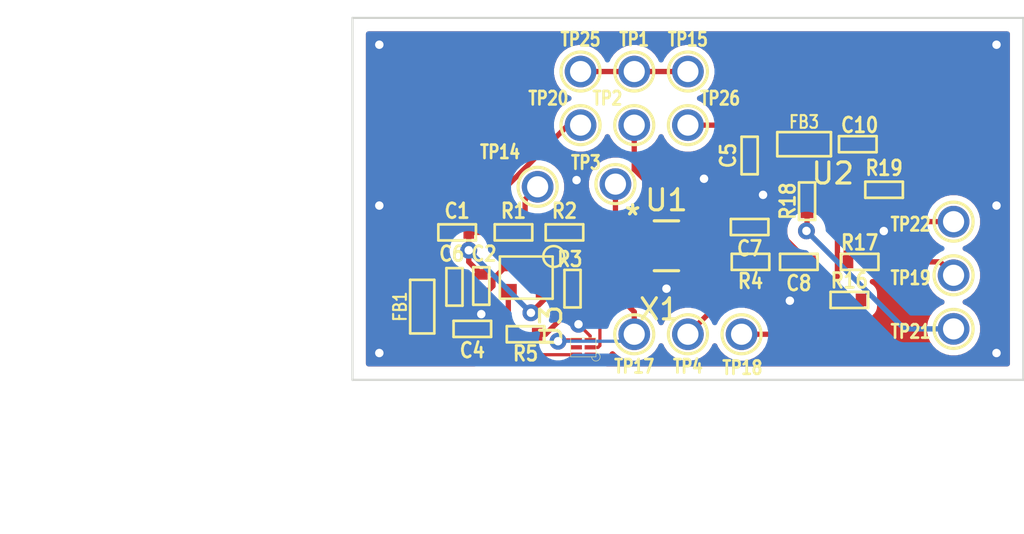
<source format=kicad_pcb>
(kicad_pcb (version 20171130) (host pcbnew "(5.1.7)-1")

  (general
    (thickness 1.6)
    (drawings 4)
    (tracks 134)
    (zones 0)
    (modules 37)
    (nets 26)
  )

  (page A4)
  (layers
    (0 F.Cu signal)
    (31 B.Cu signal)
    (32 B.Adhes user)
    (33 F.Adhes user)
    (34 B.Paste user)
    (35 F.Paste user)
    (36 B.SilkS user)
    (37 F.SilkS user)
    (38 B.Mask user)
    (39 F.Mask user)
    (40 Dwgs.User user hide)
    (41 Cmts.User user)
    (42 Eco1.User user)
    (43 Eco2.User user)
    (44 Edge.Cuts user)
    (45 Margin user)
    (46 B.CrtYd user)
    (47 F.CrtYd user)
    (48 B.Fab user)
    (49 F.Fab user)
  )

  (setup
    (last_trace_width 0.25)
    (user_trace_width 0.127)
    (user_trace_width 0.1524)
    (trace_clearance 0.127)
    (zone_clearance 0.508)
    (zone_45_only no)
    (trace_min 0.127)
    (via_size 0.8)
    (via_drill 0.4)
    (via_min_size 0.635)
    (via_min_drill 0.3048)
    (uvia_size 0.3)
    (uvia_drill 0.1)
    (uvias_allowed no)
    (uvia_min_size 0.2)
    (uvia_min_drill 0.1)
    (edge_width 0.05)
    (segment_width 0.2)
    (pcb_text_width 0.3)
    (pcb_text_size 1.5 1.5)
    (mod_edge_width 0.12)
    (mod_text_size 1 1)
    (mod_text_width 0.15)
    (pad_size 1.5 1.5)
    (pad_drill 1)
    (pad_to_mask_clearance 0)
    (aux_axis_origin 0 0)
    (grid_origin 164.084 105.664)
    (visible_elements 7FFFFFFF)
    (pcbplotparams
      (layerselection 0x010fc_ffffffff)
      (usegerberextensions false)
      (usegerberattributes true)
      (usegerberadvancedattributes true)
      (creategerberjobfile true)
      (excludeedgelayer true)
      (linewidth 0.100000)
      (plotframeref false)
      (viasonmask false)
      (mode 1)
      (useauxorigin false)
      (hpglpennumber 1)
      (hpglpenspeed 20)
      (hpglpendiameter 15.000000)
      (psnegative false)
      (psa4output false)
      (plotreference true)
      (plotvalue true)
      (plotinvisibletext false)
      (padsonsilk false)
      (subtractmaskfromsilk false)
      (outputformat 1)
      (mirror false)
      (drillshape 1)
      (scaleselection 1)
      (outputdirectory ""))
  )

  (net 0 "")
  (net 1 GND)
  (net 2 "Net-(R1-Pad2)")
  (net 3 VCC)
  (net 4 "Net-(C1-Pad1)")
  (net 5 "Net-(C5-Pad1)")
  (net 6 "Net-(C10-Pad1)")
  (net 7 "Net-(R4-Pad1)")
  (net 8 "Net-(R16-Pad1)")
  (net 9 "Net-(R16-Pad2)")
  (net 10 "Net-(R17-Pad1)")
  (net 11 "Net-(R17-Pad2)")
  (net 12 "Net-(R18-Pad1)")
  (net 13 "Net-(R18-Pad2)")
  (net 14 "Net-(R19-Pad1)")
  (net 15 "Net-(R19-Pad2)")
  (net 16 "Net-(TP3-Pad1)")
  (net 17 "Net-(U1-Pad2)")
  (net 18 "Net-(C4-Pad1)")
  (net 19 "Net-(C7-Pad1)")
  (net 20 "Net-(C8-Pad1)")
  (net 21 "Net-(R3-Pad1)")
  (net 22 "Net-(U3-Pad1)")
  (net 23 "Net-(U3-Pad5)")
  (net 24 "Net-(R3-Pad2)")
  (net 25 "Net-(R5-Pad1)")

  (net_class Default "This is the default net class."
    (clearance 0.127)
    (trace_width 0.25)
    (via_dia 0.8)
    (via_drill 0.4)
    (uvia_dia 0.3)
    (uvia_drill 0.1)
    (add_net GND)
    (add_net "Net-(C1-Pad1)")
    (add_net "Net-(C10-Pad1)")
    (add_net "Net-(C4-Pad1)")
    (add_net "Net-(C5-Pad1)")
    (add_net "Net-(C7-Pad1)")
    (add_net "Net-(C8-Pad1)")
    (add_net "Net-(R1-Pad2)")
    (add_net "Net-(R16-Pad1)")
    (add_net "Net-(R16-Pad2)")
    (add_net "Net-(R17-Pad1)")
    (add_net "Net-(R17-Pad2)")
    (add_net "Net-(R18-Pad1)")
    (add_net "Net-(R18-Pad2)")
    (add_net "Net-(R19-Pad1)")
    (add_net "Net-(R19-Pad2)")
    (add_net "Net-(R3-Pad1)")
    (add_net "Net-(R3-Pad2)")
    (add_net "Net-(R4-Pad1)")
    (add_net "Net-(R5-Pad1)")
    (add_net "Net-(TP3-Pad1)")
    (add_net "Net-(U1-Pad2)")
    (add_net "Net-(U3-Pad1)")
    (add_net "Net-(U3-Pad5)")
    (add_net VCC)
  )

  (module t_misc:4_Pad_OSC (layer F.Cu) (tedit 602EDB04) (tstamp 602F01EE)
    (at 134.874 95.377 180)
    (path /5FD2A1AA)
    (fp_text reference X1 (at -5 -2.5) (layer F.SilkS)
      (effects (font (size 1 1) (thickness 0.15)))
    )
    (fp_text value ABLNO (at -5 -3.5) (layer F.Fab)
      (effects (font (size 1 1) (thickness 0.15)))
    )
    (fp_line (start 2.55 0) (end 2.55 -1.99) (layer F.SilkS) (width 0.12))
    (fp_line (start 0.05 0) (end 2.55 0) (layer F.SilkS) (width 0.12))
    (fp_line (start 0.05 -2) (end 0.05 0) (layer F.SilkS) (width 0.12))
    (fp_line (start 2.55 -2) (end 0.05 -2) (layer F.SilkS) (width 0.12))
    (fp_circle (center 0 0) (end 0.35 -0.35) (layer F.SilkS) (width 0.12))
    (pad 4 smd trapezoid (at 0.45 -1.65 180) (size 0.8 0.7) (layers F.Cu F.Paste F.Mask)
      (net 4 "Net-(C1-Pad1)"))
    (pad 3 smd trapezoid (at 2.15 -1.65 180) (size 0.8 0.7) (layers F.Cu F.Paste F.Mask)
      (net 25 "Net-(R5-Pad1)"))
    (pad 2 smd trapezoid (at 2.15 -0.35 180) (size 0.8 0.7) (layers F.Cu F.Paste F.Mask)
      (net 1 GND))
    (pad 1 smd custom (at 0.45 -0.35 180) (size 0.8 0.7) (layers F.Cu F.Paste F.Mask)
      (net 2 "Net-(R1-Pad2)") (zone_connect 0)
      (options (clearance outline) (anchor rect))
      (primitives
      ))
  )

  (module t_misc:NC7SZ14L6X (layer F.Cu) (tedit 602E9A4E) (tstamp 5FF4E4A7)
    (at 136.271 98.679 270)
    (path /5FF5EA95)
    (fp_text reference U3 (at 0 1.524 90) (layer F.SilkS)
      (effects (font (size 1 1) (thickness 0.15)))
    )
    (fp_text value NC7SZ14L6X (at 2.286 9.144 90) (layer F.Fab)
      (effects (font (size 1 1) (thickness 0.15)))
    )
    (fp_line (start 0.55 -0.6) (end 0.55 0.6) (layer F.SilkS) (width 0.0254))
    (fp_line (start 0.55 0.6) (end 1.45 0.6) (layer F.SilkS) (width 0.0254))
    (fp_line (start 1.45 0.6) (end 1.45 -0.6) (layer F.SilkS) (width 0.0254))
    (fp_line (start 1.45 -0.6) (end 0.55 -0.6) (layer F.SilkS) (width 0.0254))
    (fp_arc (start 1.45 -0.6) (end 1.25 -0.6) (angle 270) (layer F.SilkS) (width 0.0254))
    (pad 1 smd rect (at 1.35 -0.325 270) (size 0.2 0.52) (layers F.Cu F.Paste F.Mask)
      (net 22 "Net-(U3-Pad1)"))
    (pad 6 smd rect (at 1.35 0.325 270) (size 0.2 0.52) (layers F.Cu F.Paste F.Mask)
      (net 18 "Net-(C4-Pad1)"))
    (pad 5 smd rect (at 1 0.325 270) (size 0.2 0.52) (layers F.Cu F.Paste F.Mask)
      (net 23 "Net-(U3-Pad5)"))
    (pad 4 smd rect (at 0.65 0.325 270) (size 0.2 0.52) (layers F.Cu F.Paste F.Mask)
      (net 21 "Net-(R3-Pad1)"))
    (pad 3 smd rect (at 0.65 -0.325 270) (size 0.2 0.52) (layers F.Cu F.Paste F.Mask)
      (net 1 GND))
    (pad 2 smd rect (at 1 -0.325 270) (size 0.2 0.52) (layers F.Cu F.Paste F.Mask)
      (net 24 "Net-(R3-Pad2)"))
  )

  (module t_passive_smd:res_0402 (layer F.Cu) (tedit 5BB76B2F) (tstamp 602F0A0D)
    (at 133.5405 99.06 180)
    (descr "SMT capacitor, 0402")
    (path /6019815C)
    (fp_text reference R5 (at 0 -0.9144) (layer F.SilkS)
      (effects (font (size 0.6985 0.59944) (thickness 0.130048)))
    )
    (fp_text value 33.3 (at 0 0.8128) (layer F.SilkS) hide
      (effects (font (size 0.50038 0.50038) (thickness 0.11938)))
    )
    (fp_line (start -0.762 0.381) (end -0.762 -0.381) (layer F.Fab) (width 0.1))
    (fp_line (start 0.762 0.381) (end -0.762 0.381) (layer F.Fab) (width 0.1))
    (fp_line (start 0.762 -0.381) (end 0.762 0.381) (layer F.Fab) (width 0.1))
    (fp_line (start -0.762 -0.381) (end 0.762 -0.381) (layer F.Fab) (width 0.1))
    (fp_line (start -0.889 -0.381) (end 0.889 -0.381) (layer F.CrtYd) (width 0.05))
    (fp_line (start -0.889 0.381) (end -0.889 -0.381) (layer F.CrtYd) (width 0.05))
    (fp_line (start 0.889 0.381) (end -0.889 0.381) (layer F.CrtYd) (width 0.05))
    (fp_line (start 0.889 -0.381) (end 0.889 0.381) (layer F.CrtYd) (width 0.05))
    (fp_line (start -0.889 -0.381) (end -0.889 0.381) (layer F.SilkS) (width 0.127))
    (fp_line (start -0.889 0.381) (end 0.889 0.381) (layer F.SilkS) (width 0.127))
    (fp_line (start 0.889 0.381) (end 0.889 -0.381) (layer F.SilkS) (width 0.127))
    (fp_line (start 0.889 -0.381) (end -0.889 -0.381) (layer F.SilkS) (width 0.127))
    (fp_text user %R (at 0.1905 0) (layer F.Fab)
      (effects (font (size 0.4 0.4) (thickness 0.05)))
    )
    (pad 1 smd rect (at 0.55 0 180) (size 0.5 0.6) (layers F.Cu F.Paste F.Mask)
      (net 25 "Net-(R5-Pad1)"))
    (pad 2 smd rect (at -0.55 0 180) (size 0.5 0.6) (layers F.Cu F.Paste F.Mask)
      (net 24 "Net-(R3-Pad2)"))
    (model ${T_LIBS}/3d/t_passive_smd/res_0402.stp
      (offset (xyz 0 0 0.02999999954944519))
      (scale (xyz 1 1 1))
      (rotate (xyz 0 0 0))
    )
  )

  (module t_misc:TDFN_2x1.3 (layer F.Cu) (tedit 5FD2A643) (tstamp 5FF4E498)
    (at 148.717 93.091)
    (path /5FD2A1C1)
    (fp_text reference U2 (at -0.635 -1.651) (layer F.SilkS)
      (effects (font (size 1 1) (thickness 0.15)))
    )
    (fp_text value PL611s-02DFN (at -34.163 -9.017) (layer F.Fab)
      (effects (font (size 1 1) (thickness 0.15)))
    )
    (fp_poly (pts (xy 0.65 1) (xy -0.65 1) (xy -0.65 -1) (xy 0.65 -1)) (layer Dwgs.User) (width 0.01))
    (pad 6 smd custom (at -0.4 -0.88) (size 0.2 0.25) (layers F.Cu F.Paste F.Mask)
      (net 12 "Net-(R18-Pad1)") (zone_connect 0)
      (options (clearance outline) (anchor rect))
      (primitives
      ))
    (pad 5 smd custom (at 0 -0.88) (size 0.2 0.25) (layers F.Cu F.Paste F.Mask)
      (net 6 "Net-(C10-Pad1)") (zone_connect 0)
      (options (clearance outline) (anchor rect))
      (primitives
      ))
    (pad 4 smd custom (at 0.4 -0.88) (size 0.2 0.25) (layers F.Cu F.Paste F.Mask)
      (net 14 "Net-(R19-Pad1)") (zone_connect 0)
      (options (clearance outline) (anchor rect))
      (primitives
      ))
    (pad 3 smd custom (at 0.4 0.88) (size 0.2 0.25) (layers F.Cu F.Paste F.Mask)
      (net 1 GND) (zone_connect 0)
      (options (clearance outline) (anchor rect))
      (primitives
      ))
    (pad 2 smd custom (at 0 0.88) (size 0.2 0.25) (layers F.Cu F.Paste F.Mask)
      (net 11 "Net-(R17-Pad2)") (zone_connect 0)
      (options (clearance outline) (anchor rect))
      (primitives
      ))
    (pad 1 smd custom (at -0.4 0.88) (size 0.2 0.25) (layers F.Cu F.Paste F.Mask)
      (net 9 "Net-(R16-Pad2)") (zone_connect 0)
      (options (clearance outline) (anchor rect))
      (primitives
      ))
    (pad 7 smd rect (at 0 0) (size 0.8 1) (layers F.Cu F.Paste F.Mask)
      (net 1 GND))
  )

  (module ul_74LVC1G74DC:74LVC1G74DC (layer F.Cu) (tedit 0) (tstamp 5FF4E48C)
    (at 140.208 94.869)
    (path /5FF6175C)
    (fp_text reference U1 (at 0 -2.159) (layer F.SilkS)
      (effects (font (size 1 1) (thickness 0.15)))
    )
    (fp_text value 74LVC1G74DC (at 2.032 11.557) (layer F.SilkS) hide
      (effects (font (size 1 1) (thickness 0.15)))
    )
    (fp_line (start -1.1938 -0.6103) (end -1.1938 -0.8897) (layer F.Fab) (width 0.1524))
    (fp_line (start -1.1938 -0.8897) (end -1.6002 -0.8897) (layer F.Fab) (width 0.1524))
    (fp_line (start -1.6002 -0.8897) (end -1.6002 -0.6103) (layer F.Fab) (width 0.1524))
    (fp_line (start -1.6002 -0.6103) (end -1.1938 -0.6103) (layer F.Fab) (width 0.1524))
    (fp_line (start -1.1938 -0.1103) (end -1.1938 -0.3897) (layer F.Fab) (width 0.1524))
    (fp_line (start -1.1938 -0.3897) (end -1.6002 -0.3897) (layer F.Fab) (width 0.1524))
    (fp_line (start -1.6002 -0.3897) (end -1.6002 -0.1103) (layer F.Fab) (width 0.1524))
    (fp_line (start -1.6002 -0.1103) (end -1.1938 -0.1103) (layer F.Fab) (width 0.1524))
    (fp_line (start -1.1938 0.3897) (end -1.1938 0.1103) (layer F.Fab) (width 0.1524))
    (fp_line (start -1.1938 0.1103) (end -1.6002 0.1103) (layer F.Fab) (width 0.1524))
    (fp_line (start -1.6002 0.1103) (end -1.6002 0.3897) (layer F.Fab) (width 0.1524))
    (fp_line (start -1.6002 0.3897) (end -1.1938 0.3897) (layer F.Fab) (width 0.1524))
    (fp_line (start -1.1938 0.8897) (end -1.1938 0.6103) (layer F.Fab) (width 0.1524))
    (fp_line (start -1.1938 0.6103) (end -1.6002 0.6103) (layer F.Fab) (width 0.1524))
    (fp_line (start -1.6002 0.6103) (end -1.6002 0.8897) (layer F.Fab) (width 0.1524))
    (fp_line (start -1.6002 0.8897) (end -1.1938 0.8897) (layer F.Fab) (width 0.1524))
    (fp_line (start 1.1938 0.6103) (end 1.1938 0.8897) (layer F.Fab) (width 0.1524))
    (fp_line (start 1.1938 0.8897) (end 1.6002 0.8897) (layer F.Fab) (width 0.1524))
    (fp_line (start 1.6002 0.8897) (end 1.6002 0.6103) (layer F.Fab) (width 0.1524))
    (fp_line (start 1.6002 0.6103) (end 1.1938 0.6103) (layer F.Fab) (width 0.1524))
    (fp_line (start 1.1938 0.1103) (end 1.1938 0.3897) (layer F.Fab) (width 0.1524))
    (fp_line (start 1.1938 0.3897) (end 1.6002 0.3897) (layer F.Fab) (width 0.1524))
    (fp_line (start 1.6002 0.3897) (end 1.6002 0.1103) (layer F.Fab) (width 0.1524))
    (fp_line (start 1.6002 0.1103) (end 1.1938 0.1103) (layer F.Fab) (width 0.1524))
    (fp_line (start 1.1938 -0.3897) (end 1.1938 -0.1103) (layer F.Fab) (width 0.1524))
    (fp_line (start 1.1938 -0.1103) (end 1.6002 -0.1103) (layer F.Fab) (width 0.1524))
    (fp_line (start 1.6002 -0.1103) (end 1.6002 -0.3897) (layer F.Fab) (width 0.1524))
    (fp_line (start 1.6002 -0.3897) (end 1.1938 -0.3897) (layer F.Fab) (width 0.1524))
    (fp_line (start 1.1938 -0.8897) (end 1.1938 -0.6103) (layer F.Fab) (width 0.1524))
    (fp_line (start 1.1938 -0.6103) (end 1.6002 -0.6103) (layer F.Fab) (width 0.1524))
    (fp_line (start 1.6002 -0.6103) (end 1.6002 -0.8897) (layer F.Fab) (width 0.1524))
    (fp_line (start 1.6002 -0.8897) (end 1.1938 -0.8897) (layer F.Fab) (width 0.1524))
    (fp_line (start -0.575968 1.1811) (end 0.575968 1.1811) (layer F.SilkS) (width 0.1524))
    (fp_line (start 0.575968 -1.1811) (end -0.575968 -1.1811) (layer F.SilkS) (width 0.1524))
    (fp_line (start -1.1938 1.0541) (end 1.1938 1.0541) (layer F.Fab) (width 0.1524))
    (fp_line (start 1.1938 1.0541) (end 1.1938 -1.0541) (layer F.Fab) (width 0.1524))
    (fp_line (start 1.1938 -1.0541) (end -1.1938 -1.0541) (layer F.Fab) (width 0.1524))
    (fp_line (start -1.1938 -1.0541) (end -1.1938 1.0541) (layer F.Fab) (width 0.1524))
    (fp_line (start -2.2098 1.1437) (end -2.2098 -1.1437) (layer F.CrtYd) (width 0.1524))
    (fp_line (start -2.2098 -1.1437) (end -1.4478 -1.1437) (layer F.CrtYd) (width 0.1524))
    (fp_line (start -1.4478 -1.1437) (end -1.4478 -1.3081) (layer F.CrtYd) (width 0.1524))
    (fp_line (start -1.4478 -1.3081) (end 1.4478 -1.3081) (layer F.CrtYd) (width 0.1524))
    (fp_line (start 1.4478 -1.3081) (end 1.4478 -1.1437) (layer F.CrtYd) (width 0.1524))
    (fp_line (start 1.4478 -1.1437) (end 2.2098 -1.1437) (layer F.CrtYd) (width 0.1524))
    (fp_line (start 2.2098 -1.1437) (end 2.2098 1.1437) (layer F.CrtYd) (width 0.1524))
    (fp_line (start 2.2098 1.1437) (end 1.4478 1.1437) (layer F.CrtYd) (width 0.1524))
    (fp_line (start 1.4478 1.1437) (end 1.4478 1.3081) (layer F.CrtYd) (width 0.1524))
    (fp_line (start 1.4478 1.3081) (end -1.4478 1.3081) (layer F.CrtYd) (width 0.1524))
    (fp_line (start -1.4478 1.3081) (end -1.4478 1.1437) (layer F.CrtYd) (width 0.1524))
    (fp_line (start -1.4478 1.1437) (end -2.2098 1.1437) (layer F.CrtYd) (width 0.1524))
    (fp_arc (start 0 -1.0541) (end 0.3048 -1.0541) (angle 180) (layer F.Fab) (width 0.1524))
    (fp_text user * (at -0.8128 -0.9779) (layer F.Fab)
      (effects (font (size 1 1) (thickness 0.15)))
    )
    (fp_text user * (at -1.6002 -1.397) (layer F.SilkS)
      (effects (font (size 1 1) (thickness 0.15)))
    )
    (fp_text user 0.048in/1.219mm (at -1.3462 3.4671) (layer Dwgs.User)
      (effects (font (size 1 1) (thickness 0.15)))
    )
    (fp_text user 0.106in/2.692mm (at 0 -3.4671) (layer Dwgs.User)
      (effects (font (size 1 1) (thickness 0.15)))
    )
    (fp_text user 0.011in/0.279mm (at 4.3942 -0.75) (layer Dwgs.User)
      (effects (font (size 1 1) (thickness 0.15)))
    )
    (fp_text user 0.02in/0.5mm (at -4.3942 -0.5) (layer Dwgs.User)
      (effects (font (size 1 1) (thickness 0.15)))
    )
    (fp_text user * (at -0.8128 -0.9779) (layer F.Fab)
      (effects (font (size 1 1) (thickness 0.15)))
    )
    (fp_text user * (at -1.6002 -1.397) (layer F.SilkS)
      (effects (font (size 1 1) (thickness 0.15)))
    )
    (fp_text user "Copyright 2016 Accelerated Designs. All rights reserved." (at 0 0) (layer Cmts.User)
      (effects (font (size 0.127 0.127) (thickness 0.002)))
    )
    (pad 8 smd rect (at 1.3462 -0.750001) (size 1.2192 0.2794) (layers F.Cu F.Paste F.Mask)
      (net 19 "Net-(C7-Pad1)"))
    (pad 7 smd rect (at 1.3462 -0.25) (size 1.2192 0.2794) (layers F.Cu F.Paste F.Mask)
      (net 19 "Net-(C7-Pad1)"))
    (pad 6 smd rect (at 1.3462 0.25) (size 1.2192 0.2794) (layers F.Cu F.Paste F.Mask)
      (net 19 "Net-(C7-Pad1)"))
    (pad 5 smd rect (at 1.3462 0.750001) (size 1.2192 0.2794) (layers F.Cu F.Paste F.Mask)
      (net 7 "Net-(R4-Pad1)"))
    (pad 4 smd rect (at -1.3462 0.750001) (size 1.2192 0.2794) (layers F.Cu F.Paste F.Mask)
      (net 1 GND))
    (pad 3 smd rect (at -1.3462 0.25) (size 1.2192 0.2794) (layers F.Cu F.Paste F.Mask)
      (net 17 "Net-(U1-Pad2)"))
    (pad 2 smd rect (at -1.3462 -0.25) (size 1.2192 0.2794) (layers F.Cu F.Paste F.Mask)
      (net 17 "Net-(U1-Pad2)"))
    (pad 1 smd rect (at -1.3462 -0.750001) (size 1.2192 0.2794) (layers F.Cu F.Paste F.Mask)
      (net 16 "Net-(TP3-Pad1)"))
  )

  (module t_misc:TP60 (layer F.Cu) (tedit 5BAD3C2A) (tstamp 5FF4E444)
    (at 141.224 89.154)
    (path /5FDD2BA4)
    (fp_text reference TP26 (at 1.524 -1.27) (layer F.SilkS)
      (effects (font (size 0.635 0.508) (thickness 0.127)))
    )
    (fp_text value TestPoint (at -1.905 -9.525) (layer F.SilkS) hide
      (effects (font (size 1 1) (thickness 0.15)))
    )
    (fp_circle (center 0 0) (end -0.025 -0.925) (layer F.SilkS) (width 0.15))
    (pad 1 thru_hole circle (at 0 0) (size 1.5 1.5) (drill 1) (layers *.Cu *.Mask)
      (net 5 "Net-(C5-Pad1)"))
  )

  (module t_misc:TP60 (layer F.Cu) (tedit 5BAD3C2A) (tstamp 5FF4E43E)
    (at 136.144 86.614)
    (path /5FDD776C)
    (fp_text reference TP25 (at 0 -1.524) (layer F.SilkS)
      (effects (font (size 0.635 0.508) (thickness 0.127)))
    )
    (fp_text value TestPoint (at -5.08 -8.89) (layer F.SilkS) hide
      (effects (font (size 1 1) (thickness 0.15)))
    )
    (fp_circle (center 0 0) (end -0.025 -0.925) (layer F.SilkS) (width 0.15))
    (pad 1 thru_hole circle (at 0 0) (size 1.5 1.5) (drill 1) (layers *.Cu *.Mask)
      (net 3 VCC))
  )

  (module t_misc:TP60 (layer F.Cu) (tedit 5BAD3C2A) (tstamp 5FF4E438)
    (at 153.797 93.726)
    (path /5FD47F2B)
    (fp_text reference TP22 (at -2.032 0.127) (layer F.SilkS)
      (effects (font (size 0.635 0.508) (thickness 0.127)))
    )
    (fp_text value TestPoint (at 14.732 -4.572) (layer F.SilkS) hide
      (effects (font (size 1 1) (thickness 0.15)))
    )
    (fp_circle (center 0 0) (end -0.025 -0.925) (layer F.SilkS) (width 0.15))
    (pad 1 thru_hole circle (at 0 0) (size 1.5 1.5) (drill 1) (layers *.Cu *.Mask)
      (net 15 "Net-(R19-Pad2)"))
  )

  (module t_misc:TP60 (layer F.Cu) (tedit 5FF48C47) (tstamp 5FF4E432)
    (at 153.797 98.806)
    (path /5FD471DA)
    (fp_text reference TP21 (at -2.032 0.127) (layer F.SilkS)
      (effects (font (size 0.635 0.508) (thickness 0.127)))
    )
    (fp_text value TestPoint (at 14.732 -5.842) (layer F.SilkS) hide
      (effects (font (size 1 1) (thickness 0.15)))
    )
    (fp_circle (center 0 0) (end -0.025 -0.925) (layer F.SilkS) (width 0.15))
    (pad 1 thru_hole circle (at 0 0) (size 1.5 1.5) (drill 1) (layers *.Cu *.Mask)
      (net 13 "Net-(R18-Pad2)"))
  )

  (module t_misc:TP60 (layer F.Cu) (tedit 5BAD3C2A) (tstamp 5FF4E42C)
    (at 136.144 89.154)
    (path /5FDD1EC3)
    (fp_text reference TP20 (at -1.524 -1.27) (layer F.SilkS)
      (effects (font (size 0.635 0.508) (thickness 0.127)))
    )
    (fp_text value TestPoint (at -13.97 -9.525) (layer F.SilkS) hide
      (effects (font (size 1 1) (thickness 0.15)))
    )
    (fp_circle (center 0 0) (end -0.025 -0.925) (layer F.SilkS) (width 0.15))
    (pad 1 thru_hole circle (at 0 0) (size 1.5 1.5) (drill 1) (layers *.Cu *.Mask)
      (net 4 "Net-(C1-Pad1)"))
  )

  (module t_misc:TP60 (layer F.Cu) (tedit 5BAD3C2A) (tstamp 5FF4E426)
    (at 153.797 96.266)
    (path /5FD499ED)
    (fp_text reference TP19 (at -2.032 0.127) (layer F.SilkS)
      (effects (font (size 0.635 0.508) (thickness 0.127)))
    )
    (fp_text value TestPoint (at 14.732 -5.207) (layer F.SilkS) hide
      (effects (font (size 1 1) (thickness 0.15)))
    )
    (fp_circle (center 0 0) (end -0.025 -0.925) (layer F.SilkS) (width 0.15))
    (pad 1 thru_hole circle (at 0 0) (size 1.5 1.5) (drill 1) (layers *.Cu *.Mask)
      (net 10 "Net-(R17-Pad1)"))
  )

  (module t_misc:TP60 (layer F.Cu) (tedit 5BAD3C2A) (tstamp 5FF4E420)
    (at 143.764 99.06)
    (path /5FD49169)
    (fp_text reference TP18 (at 0.0381 1.5875) (layer F.SilkS)
      (effects (font (size 0.635 0.508) (thickness 0.127)))
    )
    (fp_text value TestPoint (at 2.032 9.906) (layer F.SilkS) hide
      (effects (font (size 1 1) (thickness 0.15)))
    )
    (fp_circle (center 0 0) (end -0.025 -0.925) (layer F.SilkS) (width 0.15))
    (pad 1 thru_hole circle (at 0 0) (size 1.5 1.5) (drill 1) (layers *.Cu *.Mask)
      (net 8 "Net-(R16-Pad1)"))
  )

  (module t_misc:TP60 (layer F.Cu) (tedit 5FF4973A) (tstamp 5FF4E41A)
    (at 138.684 99.06 180)
    (path /5FEADEA5)
    (fp_text reference TP17 (at 0 -1.524) (layer F.SilkS)
      (effects (font (size 0.635 0.508) (thickness 0.127)))
    )
    (fp_text value TestPoint (at -0.254 -9.906) (layer F.SilkS) hide
      (effects (font (size 1 1) (thickness 0.15)))
    )
    (fp_circle (center 0 0) (end -0.025 -0.925) (layer F.SilkS) (width 0.15))
    (pad 1 thru_hole circle (at 0 0 180) (size 1.5 1.5) (drill 1) (layers *.Cu *.Mask)
      (net 21 "Net-(R3-Pad1)"))
  )

  (module t_misc:TP60 (layer F.Cu) (tedit 5BAD3C2A) (tstamp 5FF4E414)
    (at 141.224 86.614)
    (path /5FDD7766)
    (fp_text reference TP15 (at 0 -1.524) (layer F.SilkS)
      (effects (font (size 0.635 0.508) (thickness 0.127)))
    )
    (fp_text value TestPoint (at -1.905 -8.89) (layer F.SilkS) hide
      (effects (font (size 1 1) (thickness 0.15)))
    )
    (fp_circle (center 0 0) (end -0.025 -0.925) (layer F.SilkS) (width 0.15))
    (pad 1 thru_hole circle (at 0 0) (size 1.5 1.5) (drill 1) (layers *.Cu *.Mask)
      (net 3 VCC))
  )

  (module t_misc:TP60 (layer F.Cu) (tedit 5FF48F94) (tstamp 5FF4E40E)
    (at 134.112 92.075 270)
    (path /5FD26FBB)
    (fp_text reference TP14 (at -1.651 1.778 180) (layer F.SilkS)
      (effects (font (size 0.635 0.508) (thickness 0.127)))
    )
    (fp_text value TestPoint (at -0.381 17.78 90) (layer F.SilkS) hide
      (effects (font (size 1 1) (thickness 0.15)))
    )
    (fp_circle (center 0 0) (end -0.025 -0.925) (layer F.SilkS) (width 0.15))
    (pad 1 thru_hole circle (at 0 0 270) (size 1.5 1.5) (drill 1) (layers *.Cu *.Mask)
      (net 2 "Net-(R1-Pad2)"))
  )

  (module t_misc:TP60 (layer F.Cu) (tedit 5BAD3C2A) (tstamp 5FF4E408)
    (at 141.224 99.06)
    (path /5FFD42B9)
    (fp_text reference TP4 (at 0 1.524) (layer F.SilkS)
      (effects (font (size 0.635 0.508) (thickness 0.127)))
    )
    (fp_text value TestPoint (at -9.144 9.906) (layer F.SilkS) hide
      (effects (font (size 1 1) (thickness 0.15)))
    )
    (fp_circle (center 0 0) (end -0.025 -0.925) (layer F.SilkS) (width 0.15))
    (pad 1 thru_hole circle (at 0 0) (size 1.5 1.5) (drill 1) (layers *.Cu *.Mask)
      (net 20 "Net-(C8-Pad1)"))
  )

  (module t_misc:TP60 (layer F.Cu) (tedit 5BAD3C2A) (tstamp 5FF4E402)
    (at 137.795 91.948 180)
    (path /5FFC45B0)
    (fp_text reference TP3 (at 1.397 1.016) (layer F.SilkS)
      (effects (font (size 0.635 0.508) (thickness 0.127)))
    )
    (fp_text value TestPoint (at 15.875 10.16) (layer F.SilkS) hide
      (effects (font (size 1 1) (thickness 0.15)))
    )
    (fp_circle (center 0 0) (end -0.025 -0.925) (layer F.SilkS) (width 0.15))
    (pad 1 thru_hole circle (at 0 0 180) (size 1.5 1.5) (drill 1) (layers *.Cu *.Mask)
      (net 16 "Net-(TP3-Pad1)"))
  )

  (module t_misc:TP60 (layer F.Cu) (tedit 5BAD3C2A) (tstamp 5FF4E3FC)
    (at 138.684 89.154)
    (path /5FF080F8)
    (fp_text reference TP2 (at -1.27 -1.27) (layer F.SilkS)
      (effects (font (size 0.635 0.508) (thickness 0.127)))
    )
    (fp_text value TestPoint (at -7.62 -9.525) (layer F.SilkS) hide
      (effects (font (size 1 1) (thickness 0.15)))
    )
    (fp_circle (center 0 0) (end -0.025 -0.925) (layer F.SilkS) (width 0.15))
    (pad 1 thru_hole circle (at 0 0) (size 1.5 1.5) (drill 1) (layers *.Cu *.Mask)
      (net 19 "Net-(C7-Pad1)"))
  )

  (module t_misc:TP60 (layer F.Cu) (tedit 5FF4836F) (tstamp 5FF4E3F6)
    (at 138.684 86.614)
    (path /5FEFCB18)
    (fp_text reference TP1 (at 0 -1.524) (layer F.SilkS)
      (effects (font (size 0.635 0.508) (thickness 0.127)))
    )
    (fp_text value TestPoint (at -16.51 -8.89) (layer F.SilkS) hide
      (effects (font (size 1 1) (thickness 0.15)))
    )
    (fp_circle (center 0 0) (end -0.025 -0.925) (layer F.SilkS) (width 0.15))
    (pad 1 thru_hole circle (at 0 0) (size 1.5 1.5) (drill 1) (layers *.Cu *.Mask)
      (net 3 VCC))
  )

  (module t_passive_smd:res_0402 (layer F.Cu) (tedit 5BB76B2F) (tstamp 5FF4E3F0)
    (at 150.5077 92.2147 180)
    (descr "SMT capacitor, 0402")
    (path /5FEC0A3E)
    (fp_text reference R19 (at 0 1.0287) (layer F.SilkS)
      (effects (font (size 0.6985 0.59944) (thickness 0.130048)))
    )
    (fp_text value R_Small (at -11.0363 6.2357) (layer F.SilkS) hide
      (effects (font (size 0.50038 0.50038) (thickness 0.11938)))
    )
    (fp_line (start 0.889 -0.381) (end -0.889 -0.381) (layer F.SilkS) (width 0.127))
    (fp_line (start 0.889 0.381) (end 0.889 -0.381) (layer F.SilkS) (width 0.127))
    (fp_line (start -0.889 0.381) (end 0.889 0.381) (layer F.SilkS) (width 0.127))
    (fp_line (start -0.889 -0.381) (end -0.889 0.381) (layer F.SilkS) (width 0.127))
    (fp_line (start 0.889 -0.381) (end 0.889 0.381) (layer F.CrtYd) (width 0.05))
    (fp_line (start 0.889 0.381) (end -0.889 0.381) (layer F.CrtYd) (width 0.05))
    (fp_line (start -0.889 0.381) (end -0.889 -0.381) (layer F.CrtYd) (width 0.05))
    (fp_line (start -0.889 -0.381) (end 0.889 -0.381) (layer F.CrtYd) (width 0.05))
    (fp_line (start -0.762 -0.381) (end 0.762 -0.381) (layer F.Fab) (width 0.1))
    (fp_line (start 0.762 -0.381) (end 0.762 0.381) (layer F.Fab) (width 0.1))
    (fp_line (start 0.762 0.381) (end -0.762 0.381) (layer F.Fab) (width 0.1))
    (fp_line (start -0.762 0.381) (end -0.762 -0.381) (layer F.Fab) (width 0.1))
    (fp_text user %R (at 0.1905 0) (layer F.Fab)
      (effects (font (size 0.4 0.4) (thickness 0.05)))
    )
    (pad 1 smd rect (at 0.55 0 180) (size 0.5 0.6) (layers F.Cu F.Paste F.Mask)
      (net 14 "Net-(R19-Pad1)"))
    (pad 2 smd rect (at -0.55 0 180) (size 0.5 0.6) (layers F.Cu F.Paste F.Mask)
      (net 15 "Net-(R19-Pad2)"))
    (model ${T_LIBS}/3d/t_passive_smd/res_0402.stp
      (offset (xyz 0 0 0.02999999954944519))
      (scale (xyz 1 1 1))
      (rotate (xyz 0 0 0))
    )
  )

  (module t_passive_smd:res_0402 (layer F.Cu) (tedit 5FF48B6A) (tstamp 5FF4E3DD)
    (at 146.8628 92.7569 90)
    (descr "SMT capacitor, 0402")
    (path /5FEB815E)
    (fp_text reference R18 (at 0 -0.9144 90) (layer F.SilkS)
      (effects (font (size 0.6985 0.59944) (thickness 0.130048)))
    )
    (fp_text value R_Small (at 13.1279 8.3312 90) (layer F.SilkS) hide
      (effects (font (size 0.50038 0.50038) (thickness 0.11938)))
    )
    (fp_line (start 0.889 -0.381) (end -0.889 -0.381) (layer F.SilkS) (width 0.127))
    (fp_line (start 0.889 0.381) (end 0.889 -0.381) (layer F.SilkS) (width 0.127))
    (fp_line (start -0.889 0.381) (end 0.889 0.381) (layer F.SilkS) (width 0.127))
    (fp_line (start -0.889 -0.381) (end -0.889 0.381) (layer F.SilkS) (width 0.127))
    (fp_line (start 0.889 -0.381) (end 0.889 0.381) (layer F.CrtYd) (width 0.05))
    (fp_line (start 0.889 0.381) (end -0.889 0.381) (layer F.CrtYd) (width 0.05))
    (fp_line (start -0.889 0.381) (end -0.889 -0.381) (layer F.CrtYd) (width 0.05))
    (fp_line (start -0.889 -0.381) (end 0.889 -0.381) (layer F.CrtYd) (width 0.05))
    (fp_line (start -0.762 -0.381) (end 0.762 -0.381) (layer F.Fab) (width 0.1))
    (fp_line (start 0.762 -0.381) (end 0.762 0.381) (layer F.Fab) (width 0.1))
    (fp_line (start 0.762 0.381) (end -0.762 0.381) (layer F.Fab) (width 0.1))
    (fp_line (start -0.762 0.381) (end -0.762 -0.381) (layer F.Fab) (width 0.1))
    (fp_text user %R (at 0.1905 0 90) (layer F.Fab)
      (effects (font (size 0.4 0.4) (thickness 0.05)))
    )
    (pad 1 smd rect (at 0.55 0 90) (size 0.5 0.6) (layers F.Cu F.Paste F.Mask)
      (net 12 "Net-(R18-Pad1)"))
    (pad 2 smd rect (at -0.55 0 90) (size 0.5 0.6) (layers F.Cu F.Paste F.Mask)
      (net 13 "Net-(R18-Pad2)"))
    (model ${T_LIBS}/3d/t_passive_smd/res_0402.stp
      (offset (xyz 0 0 0.02999999954944519))
      (scale (xyz 1 1 1))
      (rotate (xyz 0 0 0))
    )
  )

  (module t_passive_smd:res_0402 (layer F.Cu) (tedit 5BB76B2F) (tstamp 5FF4E3CA)
    (at 149.352 95.631)
    (descr "SMT capacitor, 0402")
    (path /5FEE67D1)
    (fp_text reference R17 (at 0 -0.9144) (layer F.SilkS)
      (effects (font (size 0.6985 0.59944) (thickness 0.130048)))
    )
    (fp_text value R_Small (at 4.052 8.253) (layer F.SilkS) hide
      (effects (font (size 0.50038 0.50038) (thickness 0.11938)))
    )
    (fp_line (start 0.889 -0.381) (end -0.889 -0.381) (layer F.SilkS) (width 0.127))
    (fp_line (start 0.889 0.381) (end 0.889 -0.381) (layer F.SilkS) (width 0.127))
    (fp_line (start -0.889 0.381) (end 0.889 0.381) (layer F.SilkS) (width 0.127))
    (fp_line (start -0.889 -0.381) (end -0.889 0.381) (layer F.SilkS) (width 0.127))
    (fp_line (start 0.889 -0.381) (end 0.889 0.381) (layer F.CrtYd) (width 0.05))
    (fp_line (start 0.889 0.381) (end -0.889 0.381) (layer F.CrtYd) (width 0.05))
    (fp_line (start -0.889 0.381) (end -0.889 -0.381) (layer F.CrtYd) (width 0.05))
    (fp_line (start -0.889 -0.381) (end 0.889 -0.381) (layer F.CrtYd) (width 0.05))
    (fp_line (start -0.762 -0.381) (end 0.762 -0.381) (layer F.Fab) (width 0.1))
    (fp_line (start 0.762 -0.381) (end 0.762 0.381) (layer F.Fab) (width 0.1))
    (fp_line (start 0.762 0.381) (end -0.762 0.381) (layer F.Fab) (width 0.1))
    (fp_line (start -0.762 0.381) (end -0.762 -0.381) (layer F.Fab) (width 0.1))
    (fp_text user %R (at 0.1905 0) (layer F.Fab)
      (effects (font (size 0.4 0.4) (thickness 0.05)))
    )
    (pad 1 smd rect (at 0.55 0) (size 0.5 0.6) (layers F.Cu F.Paste F.Mask)
      (net 10 "Net-(R17-Pad1)"))
    (pad 2 smd rect (at -0.55 0) (size 0.5 0.6) (layers F.Cu F.Paste F.Mask)
      (net 11 "Net-(R17-Pad2)"))
    (model ${T_LIBS}/3d/t_passive_smd/res_0402.stp
      (offset (xyz 0 0 0.02999999954944519))
      (scale (xyz 1 1 1))
      (rotate (xyz 0 0 0))
    )
  )

  (module t_passive_smd:res_0402 (layer F.Cu) (tedit 5BB76B2F) (tstamp 5FF4E3B7)
    (at 148.8655 97.4344)
    (descr "SMT capacitor, 0402")
    (path /5FEC9536)
    (fp_text reference R16 (at 0 -0.9144) (layer F.SilkS)
      (effects (font (size 0.6985 0.59944) (thickness 0.130048)))
    )
    (fp_text value R_Small (at 4.4235 5.0546) (layer F.SilkS) hide
      (effects (font (size 0.50038 0.50038) (thickness 0.11938)))
    )
    (fp_line (start 0.889 -0.381) (end -0.889 -0.381) (layer F.SilkS) (width 0.127))
    (fp_line (start 0.889 0.381) (end 0.889 -0.381) (layer F.SilkS) (width 0.127))
    (fp_line (start -0.889 0.381) (end 0.889 0.381) (layer F.SilkS) (width 0.127))
    (fp_line (start -0.889 -0.381) (end -0.889 0.381) (layer F.SilkS) (width 0.127))
    (fp_line (start 0.889 -0.381) (end 0.889 0.381) (layer F.CrtYd) (width 0.05))
    (fp_line (start 0.889 0.381) (end -0.889 0.381) (layer F.CrtYd) (width 0.05))
    (fp_line (start -0.889 0.381) (end -0.889 -0.381) (layer F.CrtYd) (width 0.05))
    (fp_line (start -0.889 -0.381) (end 0.889 -0.381) (layer F.CrtYd) (width 0.05))
    (fp_line (start -0.762 -0.381) (end 0.762 -0.381) (layer F.Fab) (width 0.1))
    (fp_line (start 0.762 -0.381) (end 0.762 0.381) (layer F.Fab) (width 0.1))
    (fp_line (start 0.762 0.381) (end -0.762 0.381) (layer F.Fab) (width 0.1))
    (fp_line (start -0.762 0.381) (end -0.762 -0.381) (layer F.Fab) (width 0.1))
    (fp_text user %R (at 0.1905 0) (layer F.Fab)
      (effects (font (size 0.4 0.4) (thickness 0.05)))
    )
    (pad 1 smd rect (at 0.55 0) (size 0.5 0.6) (layers F.Cu F.Paste F.Mask)
      (net 8 "Net-(R16-Pad1)"))
    (pad 2 smd rect (at -0.55 0) (size 0.5 0.6) (layers F.Cu F.Paste F.Mask)
      (net 9 "Net-(R16-Pad2)"))
    (model ${T_LIBS}/3d/t_passive_smd/res_0402.stp
      (offset (xyz 0 0 0.02999999954944519))
      (scale (xyz 1 1 1))
      (rotate (xyz 0 0 0))
    )
  )

  (module t_passive_smd:res_0402 (layer F.Cu) (tedit 5FF48D6C) (tstamp 5FF4E3A4)
    (at 144.187 95.631 180)
    (descr "SMT capacitor, 0402")
    (path /5FFD42BF)
    (fp_text reference R4 (at 0 -0.9144) (layer F.SilkS)
      (effects (font (size 0.6985 0.59944) (thickness 0.130048)))
    )
    (fp_text value R_Small (at -7.451 17.399) (layer F.SilkS) hide
      (effects (font (size 0.50038 0.50038) (thickness 0.11938)))
    )
    (fp_line (start 0.889 -0.381) (end -0.889 -0.381) (layer F.SilkS) (width 0.127))
    (fp_line (start 0.889 0.381) (end 0.889 -0.381) (layer F.SilkS) (width 0.127))
    (fp_line (start -0.889 0.381) (end 0.889 0.381) (layer F.SilkS) (width 0.127))
    (fp_line (start -0.889 -0.381) (end -0.889 0.381) (layer F.SilkS) (width 0.127))
    (fp_line (start 0.889 -0.381) (end 0.889 0.381) (layer F.CrtYd) (width 0.05))
    (fp_line (start 0.889 0.381) (end -0.889 0.381) (layer F.CrtYd) (width 0.05))
    (fp_line (start -0.889 0.381) (end -0.889 -0.381) (layer F.CrtYd) (width 0.05))
    (fp_line (start -0.889 -0.381) (end 0.889 -0.381) (layer F.CrtYd) (width 0.05))
    (fp_line (start -0.762 -0.381) (end 0.762 -0.381) (layer F.Fab) (width 0.1))
    (fp_line (start 0.762 -0.381) (end 0.762 0.381) (layer F.Fab) (width 0.1))
    (fp_line (start 0.762 0.381) (end -0.762 0.381) (layer F.Fab) (width 0.1))
    (fp_line (start -0.762 0.381) (end -0.762 -0.381) (layer F.Fab) (width 0.1))
    (fp_text user %R (at 0.1905 0) (layer F.Fab)
      (effects (font (size 0.4 0.4) (thickness 0.05)))
    )
    (pad 1 smd rect (at 0.55 0 180) (size 0.5 0.6) (layers F.Cu F.Paste F.Mask)
      (net 7 "Net-(R4-Pad1)"))
    (pad 2 smd rect (at -0.55 0 180) (size 0.5 0.6) (layers F.Cu F.Paste F.Mask)
      (net 20 "Net-(C8-Pad1)"))
    (model ${T_LIBS}/3d/t_passive_smd/res_0402.stp
      (offset (xyz 0 0 0.02999999954944519))
      (scale (xyz 1 1 1))
      (rotate (xyz 0 0 0))
    )
  )

  (module t_passive_smd:res_0402 (layer F.Cu) (tedit 5BB76B2F) (tstamp 5FF4E391)
    (at 135.763 96.901 90)
    (descr "SMT capacitor, 0402")
    (path /5FF8CF3E)
    (fp_text reference R3 (at 1.397 -0.127 180) (layer F.SilkS)
      (effects (font (size 0.6985 0.59944) (thickness 0.130048)))
    )
    (fp_text value R_Small_US (at -1.143 40.767 90) (layer F.SilkS) hide
      (effects (font (size 0.50038 0.50038) (thickness 0.11938)))
    )
    (fp_line (start 0.889 -0.381) (end -0.889 -0.381) (layer F.SilkS) (width 0.127))
    (fp_line (start 0.889 0.381) (end 0.889 -0.381) (layer F.SilkS) (width 0.127))
    (fp_line (start -0.889 0.381) (end 0.889 0.381) (layer F.SilkS) (width 0.127))
    (fp_line (start -0.889 -0.381) (end -0.889 0.381) (layer F.SilkS) (width 0.127))
    (fp_line (start 0.889 -0.381) (end 0.889 0.381) (layer F.CrtYd) (width 0.05))
    (fp_line (start 0.889 0.381) (end -0.889 0.381) (layer F.CrtYd) (width 0.05))
    (fp_line (start -0.889 0.381) (end -0.889 -0.381) (layer F.CrtYd) (width 0.05))
    (fp_line (start -0.889 -0.381) (end 0.889 -0.381) (layer F.CrtYd) (width 0.05))
    (fp_line (start -0.762 -0.381) (end 0.762 -0.381) (layer F.Fab) (width 0.1))
    (fp_line (start 0.762 -0.381) (end 0.762 0.381) (layer F.Fab) (width 0.1))
    (fp_line (start 0.762 0.381) (end -0.762 0.381) (layer F.Fab) (width 0.1))
    (fp_line (start -0.762 0.381) (end -0.762 -0.381) (layer F.Fab) (width 0.1))
    (fp_text user %R (at 0.1905 0 90) (layer F.Fab)
      (effects (font (size 0.4 0.4) (thickness 0.05)))
    )
    (pad 1 smd rect (at 0.55 0 90) (size 0.5 0.6) (layers F.Cu F.Paste F.Mask)
      (net 21 "Net-(R3-Pad1)"))
    (pad 2 smd rect (at -0.55 0 90) (size 0.5 0.6) (layers F.Cu F.Paste F.Mask)
      (net 24 "Net-(R3-Pad2)"))
    (model ${T_LIBS}/3d/t_passive_smd/res_0402.stp
      (offset (xyz 0 0 0.02999999954944519))
      (scale (xyz 1 1 1))
      (rotate (xyz 0 0 0))
    )
  )

  (module t_passive_smd:res_0402 (layer F.Cu) (tedit 5BB76B2F) (tstamp 5FF4E37E)
    (at 135.382 94.234 180)
    (descr "SMT capacitor, 0402")
    (path /5FD2FA45)
    (fp_text reference R2 (at 0 1.016) (layer F.SilkS)
      (effects (font (size 0.6985 0.59944) (thickness 0.130048)))
    )
    (fp_text value 10k (at 23.876 -1.778) (layer F.SilkS) hide
      (effects (font (size 0.50038 0.50038) (thickness 0.11938)))
    )
    (fp_line (start 0.889 -0.381) (end -0.889 -0.381) (layer F.SilkS) (width 0.127))
    (fp_line (start 0.889 0.381) (end 0.889 -0.381) (layer F.SilkS) (width 0.127))
    (fp_line (start -0.889 0.381) (end 0.889 0.381) (layer F.SilkS) (width 0.127))
    (fp_line (start -0.889 -0.381) (end -0.889 0.381) (layer F.SilkS) (width 0.127))
    (fp_line (start 0.889 -0.381) (end 0.889 0.381) (layer F.CrtYd) (width 0.05))
    (fp_line (start 0.889 0.381) (end -0.889 0.381) (layer F.CrtYd) (width 0.05))
    (fp_line (start -0.889 0.381) (end -0.889 -0.381) (layer F.CrtYd) (width 0.05))
    (fp_line (start -0.889 -0.381) (end 0.889 -0.381) (layer F.CrtYd) (width 0.05))
    (fp_line (start -0.762 -0.381) (end 0.762 -0.381) (layer F.Fab) (width 0.1))
    (fp_line (start 0.762 -0.381) (end 0.762 0.381) (layer F.Fab) (width 0.1))
    (fp_line (start 0.762 0.381) (end -0.762 0.381) (layer F.Fab) (width 0.1))
    (fp_line (start -0.762 0.381) (end -0.762 -0.381) (layer F.Fab) (width 0.1))
    (fp_text user %R (at 2.54 -13.97) (layer F.Fab)
      (effects (font (size 0.4 0.4) (thickness 0.05)))
    )
    (pad 1 smd rect (at 0.55 0 180) (size 0.5 0.6) (layers F.Cu F.Paste F.Mask)
      (net 2 "Net-(R1-Pad2)"))
    (pad 2 smd rect (at -0.55 0 180) (size 0.5 0.6) (layers F.Cu F.Paste F.Mask)
      (net 1 GND))
    (model ${T_LIBS}/3d/t_passive_smd/res_0402.stp
      (offset (xyz 0 0 0.02999999954944519))
      (scale (xyz 1 1 1))
      (rotate (xyz 0 0 0))
    )
  )

  (module t_passive_smd:res_0402 (layer F.Cu) (tedit 5FF48E8A) (tstamp 5FF4E36B)
    (at 132.969 94.234 180)
    (descr "SMT capacitor, 0402")
    (path /5FD30A7C)
    (fp_text reference R1 (at 0 1.016) (layer F.SilkS)
      (effects (font (size 0.6985 0.59944) (thickness 0.130048)))
    )
    (fp_text value 10k (at 21.209 8.128) (layer F.SilkS) hide
      (effects (font (size 0.50038 0.50038) (thickness 0.11938)))
    )
    (fp_line (start 0.889 -0.381) (end -0.889 -0.381) (layer F.SilkS) (width 0.127))
    (fp_line (start 0.889 0.381) (end 0.889 -0.381) (layer F.SilkS) (width 0.127))
    (fp_line (start -0.889 0.381) (end 0.889 0.381) (layer F.SilkS) (width 0.127))
    (fp_line (start -0.889 -0.381) (end -0.889 0.381) (layer F.SilkS) (width 0.127))
    (fp_line (start 0.889 -0.381) (end 0.889 0.381) (layer F.CrtYd) (width 0.05))
    (fp_line (start 0.889 0.381) (end -0.889 0.381) (layer F.CrtYd) (width 0.05))
    (fp_line (start -0.889 0.381) (end -0.889 -0.381) (layer F.CrtYd) (width 0.05))
    (fp_line (start -0.889 -0.381) (end 0.889 -0.381) (layer F.CrtYd) (width 0.05))
    (fp_line (start -0.762 -0.381) (end 0.762 -0.381) (layer F.Fab) (width 0.1))
    (fp_line (start 0.762 -0.381) (end 0.762 0.381) (layer F.Fab) (width 0.1))
    (fp_line (start 0.762 0.381) (end -0.762 0.381) (layer F.Fab) (width 0.1))
    (fp_line (start -0.762 0.381) (end -0.762 -0.381) (layer F.Fab) (width 0.1))
    (fp_text user %R (at 0.1905 0) (layer F.Fab)
      (effects (font (size 0.4 0.4) (thickness 0.05)))
    )
    (pad 1 smd rect (at 0.55 0 180) (size 0.5 0.6) (layers F.Cu F.Paste F.Mask)
      (net 4 "Net-(C1-Pad1)"))
    (pad 2 smd rect (at -0.55 0 180) (size 0.5 0.6) (layers F.Cu F.Paste F.Mask)
      (net 2 "Net-(R1-Pad2)"))
    (model ${T_LIBS}/3d/t_passive_smd/res_0402.stp
      (offset (xyz 0 0 0.02999999954944519))
      (scale (xyz 1 1 1))
      (rotate (xyz 0 0 0))
    )
  )

  (module t_passive_smd:fb_0603 (layer F.Cu) (tedit 5C15628F) (tstamp 5FF4E358)
    (at 146.7231 90.0557)
    (descr "SMT resistor, 0603")
    (path /5FE06F34)
    (fp_text reference FB3 (at 0 -1.05) (layer F.SilkS)
      (effects (font (size 0.6 0.5) (thickness 0.1)))
    )
    (fp_text value Ferrite_Bead (at 0 -12.3317) (layer F.SilkS) hide
      (effects (font (size 0.50038 0.50038) (thickness 0.11938)))
    )
    (fp_line (start -1.27 -0.5715) (end 1.27 -0.5715) (layer F.SilkS) (width 0.127))
    (fp_line (start 1.27 -0.5715) (end 1.27 0.5715) (layer F.SilkS) (width 0.127))
    (fp_line (start 1.27 0.5715) (end -1.27 0.5715) (layer F.SilkS) (width 0.127))
    (fp_line (start -1.27 0.5715) (end -1.27 -0.5715) (layer F.SilkS) (width 0.127))
    (fp_line (start 1.27 -0.5715) (end -1.27 -0.5715) (layer F.CrtYd) (width 0.05))
    (fp_line (start -1.27 -0.5715) (end -1.27 0.5715) (layer F.CrtYd) (width 0.05))
    (fp_line (start -1.27 0.5715) (end 1.27 0.5715) (layer F.CrtYd) (width 0.05))
    (fp_line (start 1.27 0.5715) (end 1.27 -0.5715) (layer F.CrtYd) (width 0.05))
    (fp_line (start 1.143 -0.508) (end -1.143 -0.508) (layer F.Fab) (width 0.1))
    (fp_line (start -1.143 -0.508) (end -1.143 0.508) (layer F.Fab) (width 0.1))
    (fp_line (start -1.143 0.508) (end 1.143 0.508) (layer F.Fab) (width 0.1))
    (fp_line (start 1.143 0.508) (end 1.143 -0.508) (layer F.Fab) (width 0.1))
    (fp_text user %R (at 0.381 0) (layer F.Fab)
      (effects (font (size 0.6 0.6) (thickness 0.07)))
    )
    (pad 2 smd rect (at -0.8 0) (size 0.7 0.9) (layers F.Cu F.Paste F.Mask)
      (net 5 "Net-(C5-Pad1)"))
    (pad 1 smd rect (at 0.8 0) (size 0.7 0.9) (layers F.Cu F.Paste F.Mask)
      (net 6 "Net-(C10-Pad1)"))
    (model ${T_LIBS}/3d/t_passive_smd/FB_0603.step
      (at (xyz 0 0 0))
      (scale (xyz 1 1 1))
      (rotate (xyz 0 0 0))
    )
  )

  (module t_passive_smd:fb_0603 (layer F.Cu) (tedit 5C15628F) (tstamp 5FF4E345)
    (at 128.651 97.752 90)
    (descr "SMT resistor, 0603")
    (path /5FF6112F)
    (fp_text reference FB1 (at 0 -1.05 90) (layer F.SilkS)
      (effects (font (size 0.6 0.5) (thickness 0.1)))
    )
    (fp_text value Ferrite_Bead (at -1.054 -17.145 90) (layer F.SilkS) hide
      (effects (font (size 0.50038 0.50038) (thickness 0.11938)))
    )
    (fp_line (start -1.27 -0.5715) (end 1.27 -0.5715) (layer F.SilkS) (width 0.127))
    (fp_line (start 1.27 -0.5715) (end 1.27 0.5715) (layer F.SilkS) (width 0.127))
    (fp_line (start 1.27 0.5715) (end -1.27 0.5715) (layer F.SilkS) (width 0.127))
    (fp_line (start -1.27 0.5715) (end -1.27 -0.5715) (layer F.SilkS) (width 0.127))
    (fp_line (start 1.27 -0.5715) (end -1.27 -0.5715) (layer F.CrtYd) (width 0.05))
    (fp_line (start -1.27 -0.5715) (end -1.27 0.5715) (layer F.CrtYd) (width 0.05))
    (fp_line (start -1.27 0.5715) (end 1.27 0.5715) (layer F.CrtYd) (width 0.05))
    (fp_line (start 1.27 0.5715) (end 1.27 -0.5715) (layer F.CrtYd) (width 0.05))
    (fp_line (start 1.143 -0.508) (end -1.143 -0.508) (layer F.Fab) (width 0.1))
    (fp_line (start -1.143 -0.508) (end -1.143 0.508) (layer F.Fab) (width 0.1))
    (fp_line (start -1.143 0.508) (end 1.143 0.508) (layer F.Fab) (width 0.1))
    (fp_line (start 1.143 0.508) (end 1.143 -0.508) (layer F.Fab) (width 0.1))
    (fp_text user %R (at 0.381 0 90) (layer F.Fab)
      (effects (font (size 0.6 0.6) (thickness 0.07)))
    )
    (pad 2 smd rect (at -0.8 0 90) (size 0.7 0.9) (layers F.Cu F.Paste F.Mask)
      (net 18 "Net-(C4-Pad1)"))
    (pad 1 smd rect (at 0.8 0 90) (size 0.7 0.9) (layers F.Cu F.Paste F.Mask)
      (net 4 "Net-(C1-Pad1)"))
    (model ${T_LIBS}/3d/t_passive_smd/FB_0603.step
      (at (xyz 0 0 0))
      (scale (xyz 1 1 1))
      (rotate (xyz 0 0 0))
    )
  )

  (module t_passive_smd:cap_0402 (layer F.Cu) (tedit 5BB76BB0) (tstamp 5FF4E332)
    (at 149.2631 90.0557 180)
    (descr "SMT capacitor, 0402")
    (path /5FE239FA)
    (fp_text reference C10 (at -0.0889 0.9017) (layer F.SilkS)
      (effects (font (size 0.6985 0.59944) (thickness 0.130048)))
    )
    (fp_text value C_Small (at -12.2809 3.4417) (layer F.SilkS) hide
      (effects (font (size 0.50038 0.50038) (thickness 0.11938)))
    )
    (fp_line (start -0.889 -0.381) (end -0.889 0.381) (layer F.SilkS) (width 0.127))
    (fp_line (start -0.889 0.381) (end 0.889 0.381) (layer F.SilkS) (width 0.127))
    (fp_line (start 0.889 0.381) (end 0.889 -0.381) (layer F.SilkS) (width 0.127))
    (fp_line (start 0.889 -0.381) (end -0.889 -0.381) (layer F.SilkS) (width 0.127))
    (fp_line (start 0.889 -0.381) (end -0.889 -0.381) (layer F.CrtYd) (width 0.05))
    (fp_line (start -0.889 -0.381) (end -0.889 0.381) (layer F.CrtYd) (width 0.05))
    (fp_line (start -0.889 0.381) (end 0.889 0.381) (layer F.CrtYd) (width 0.05))
    (fp_line (start 0.889 0.381) (end 0.889 -0.381) (layer F.CrtYd) (width 0.05))
    (fp_line (start 0.8255 -0.381) (end 0.8255 0.381) (layer F.Fab) (width 0.1))
    (fp_line (start 0.8255 0.381) (end -0.8255 0.381) (layer F.Fab) (width 0.1))
    (fp_line (start -0.8255 0.381) (end -0.8255 -0.381) (layer F.Fab) (width 0.1))
    (fp_line (start -0.8255 -0.381) (end 0.8255 -0.381) (layer F.Fab) (width 0.1))
    (fp_text user %R (at 0.0635 0) (layer F.Fab)
      (effects (font (size 0.4 0.4) (thickness 0.05)))
    )
    (pad 2 smd rect (at -0.55 0 180) (size 0.5 0.6) (layers F.Cu F.Paste F.Mask)
      (net 1 GND))
    (pad 1 smd rect (at 0.55 0 180) (size 0.5 0.6) (layers F.Cu F.Paste F.Mask)
      (net 6 "Net-(C10-Pad1)"))
    (model ${T_LIBS}/3d/t_passive_smd/cap_0402.stp
      (offset (xyz 0 0 0.04999999924907534))
      (scale (xyz 1 1 1))
      (rotate (xyz 0 0 0))
    )
  )

  (module t_passive_smd:cap_0402 (layer F.Cu) (tedit 5FF48D99) (tstamp 5FF4E31F)
    (at 146.473 95.631 180)
    (descr "SMT capacitor, 0402")
    (path /5FF3BCB1)
    (fp_text reference C8 (at 0 -1.016) (layer F.SilkS)
      (effects (font (size 0.6985 0.59944) (thickness 0.130048)))
    )
    (fp_text value C_Small (at 8.551 -14.097) (layer F.SilkS) hide
      (effects (font (size 0.50038 0.50038) (thickness 0.11938)))
    )
    (fp_line (start -0.889 -0.381) (end -0.889 0.381) (layer F.SilkS) (width 0.127))
    (fp_line (start -0.889 0.381) (end 0.889 0.381) (layer F.SilkS) (width 0.127))
    (fp_line (start 0.889 0.381) (end 0.889 -0.381) (layer F.SilkS) (width 0.127))
    (fp_line (start 0.889 -0.381) (end -0.889 -0.381) (layer F.SilkS) (width 0.127))
    (fp_line (start 0.889 -0.381) (end -0.889 -0.381) (layer F.CrtYd) (width 0.05))
    (fp_line (start -0.889 -0.381) (end -0.889 0.381) (layer F.CrtYd) (width 0.05))
    (fp_line (start -0.889 0.381) (end 0.889 0.381) (layer F.CrtYd) (width 0.05))
    (fp_line (start 0.889 0.381) (end 0.889 -0.381) (layer F.CrtYd) (width 0.05))
    (fp_line (start 0.8255 -0.381) (end 0.8255 0.381) (layer F.Fab) (width 0.1))
    (fp_line (start 0.8255 0.381) (end -0.8255 0.381) (layer F.Fab) (width 0.1))
    (fp_line (start -0.8255 0.381) (end -0.8255 -0.381) (layer F.Fab) (width 0.1))
    (fp_line (start -0.8255 -0.381) (end 0.8255 -0.381) (layer F.Fab) (width 0.1))
    (fp_text user %R (at 0.0635 0) (layer F.Fab)
      (effects (font (size 0.4 0.4) (thickness 0.05)))
    )
    (pad 2 smd rect (at -0.55 0 180) (size 0.5 0.6) (layers F.Cu F.Paste F.Mask)
      (net 1 GND))
    (pad 1 smd rect (at 0.55 0 180) (size 0.5 0.6) (layers F.Cu F.Paste F.Mask)
      (net 20 "Net-(C8-Pad1)"))
    (model ${T_LIBS}/3d/t_passive_smd/cap_0402.stp
      (offset (xyz 0 0 0.04999999924907534))
      (scale (xyz 1 1 1))
      (rotate (xyz 0 0 0))
    )
  )

  (module t_passive_smd:cap_0402 (layer F.Cu) (tedit 5BB76BB0) (tstamp 5FF4E30C)
    (at 144.145 93.98 180)
    (descr "SMT capacitor, 0402")
    (path /60034D07)
    (fp_text reference C7 (at 0 -1.016) (layer F.SilkS)
      (effects (font (size 0.6985 0.59944) (thickness 0.130048)))
    )
    (fp_text value C_Small (at -7.493 14.478) (layer F.SilkS) hide
      (effects (font (size 0.50038 0.50038) (thickness 0.11938)))
    )
    (fp_line (start -0.889 -0.381) (end -0.889 0.381) (layer F.SilkS) (width 0.127))
    (fp_line (start -0.889 0.381) (end 0.889 0.381) (layer F.SilkS) (width 0.127))
    (fp_line (start 0.889 0.381) (end 0.889 -0.381) (layer F.SilkS) (width 0.127))
    (fp_line (start 0.889 -0.381) (end -0.889 -0.381) (layer F.SilkS) (width 0.127))
    (fp_line (start 0.889 -0.381) (end -0.889 -0.381) (layer F.CrtYd) (width 0.05))
    (fp_line (start -0.889 -0.381) (end -0.889 0.381) (layer F.CrtYd) (width 0.05))
    (fp_line (start -0.889 0.381) (end 0.889 0.381) (layer F.CrtYd) (width 0.05))
    (fp_line (start 0.889 0.381) (end 0.889 -0.381) (layer F.CrtYd) (width 0.05))
    (fp_line (start 0.8255 -0.381) (end 0.8255 0.381) (layer F.Fab) (width 0.1))
    (fp_line (start 0.8255 0.381) (end -0.8255 0.381) (layer F.Fab) (width 0.1))
    (fp_line (start -0.8255 0.381) (end -0.8255 -0.381) (layer F.Fab) (width 0.1))
    (fp_line (start -0.8255 -0.381) (end 0.8255 -0.381) (layer F.Fab) (width 0.1))
    (fp_text user %R (at 0.0635 0) (layer F.Fab)
      (effects (font (size 0.4 0.4) (thickness 0.05)))
    )
    (pad 2 smd rect (at -0.55 0 180) (size 0.5 0.6) (layers F.Cu F.Paste F.Mask)
      (net 1 GND))
    (pad 1 smd rect (at 0.55 0 180) (size 0.5 0.6) (layers F.Cu F.Paste F.Mask)
      (net 19 "Net-(C7-Pad1)"))
    (model ${T_LIBS}/3d/t_passive_smd/cap_0402.stp
      (offset (xyz 0 0 0.04999999924907534))
      (scale (xyz 1 1 1))
      (rotate (xyz 0 0 0))
    )
  )

  (module t_passive_smd:cap_0402 (layer F.Cu) (tedit 5FF48E95) (tstamp 5FF4E2F9)
    (at 130.175 96.816 90)
    (descr "SMT capacitor, 0402")
    (path /5FF61137)
    (fp_text reference C6 (at 1.566 -0.127 180) (layer F.SilkS)
      (effects (font (size 0.6985 0.59944) (thickness 0.130048)))
    )
    (fp_text value C_Small (at -2.498 -19.685 90) (layer F.SilkS) hide
      (effects (font (size 0.50038 0.50038) (thickness 0.11938)))
    )
    (fp_line (start -0.889 -0.381) (end -0.889 0.381) (layer F.SilkS) (width 0.127))
    (fp_line (start -0.889 0.381) (end 0.889 0.381) (layer F.SilkS) (width 0.127))
    (fp_line (start 0.889 0.381) (end 0.889 -0.381) (layer F.SilkS) (width 0.127))
    (fp_line (start 0.889 -0.381) (end -0.889 -0.381) (layer F.SilkS) (width 0.127))
    (fp_line (start 0.889 -0.381) (end -0.889 -0.381) (layer F.CrtYd) (width 0.05))
    (fp_line (start -0.889 -0.381) (end -0.889 0.381) (layer F.CrtYd) (width 0.05))
    (fp_line (start -0.889 0.381) (end 0.889 0.381) (layer F.CrtYd) (width 0.05))
    (fp_line (start 0.889 0.381) (end 0.889 -0.381) (layer F.CrtYd) (width 0.05))
    (fp_line (start 0.8255 -0.381) (end 0.8255 0.381) (layer F.Fab) (width 0.1))
    (fp_line (start 0.8255 0.381) (end -0.8255 0.381) (layer F.Fab) (width 0.1))
    (fp_line (start -0.8255 0.381) (end -0.8255 -0.381) (layer F.Fab) (width 0.1))
    (fp_line (start -0.8255 -0.381) (end 0.8255 -0.381) (layer F.Fab) (width 0.1))
    (fp_text user %R (at 0.0635 0 90) (layer F.Fab)
      (effects (font (size 0.4 0.4) (thickness 0.05)))
    )
    (pad 2 smd rect (at -0.55 0 90) (size 0.5 0.6) (layers F.Cu F.Paste F.Mask)
      (net 1 GND))
    (pad 1 smd rect (at 0.55 0 90) (size 0.5 0.6) (layers F.Cu F.Paste F.Mask)
      (net 4 "Net-(C1-Pad1)"))
    (model ${T_LIBS}/3d/t_passive_smd/cap_0402.stp
      (offset (xyz 0 0 0.04999999924907534))
      (scale (xyz 1 1 1))
      (rotate (xyz 0 0 0))
    )
  )

  (module t_passive_smd:cap_0402 (layer F.Cu) (tedit 5FF48CCD) (tstamp 5FF4E2E6)
    (at 144.145 90.593 90)
    (descr "SMT capacitor, 0402")
    (path /5FFE6803)
    (fp_text reference C5 (at 0 -1.016 90) (layer F.SilkS)
      (effects (font (size 0.6985 0.59944) (thickness 0.130048)))
    )
    (fp_text value C_Small (at 10.964 11.684 90) (layer F.SilkS) hide
      (effects (font (size 0.50038 0.50038) (thickness 0.11938)))
    )
    (fp_line (start -0.889 -0.381) (end -0.889 0.381) (layer F.SilkS) (width 0.127))
    (fp_line (start -0.889 0.381) (end 0.889 0.381) (layer F.SilkS) (width 0.127))
    (fp_line (start 0.889 0.381) (end 0.889 -0.381) (layer F.SilkS) (width 0.127))
    (fp_line (start 0.889 -0.381) (end -0.889 -0.381) (layer F.SilkS) (width 0.127))
    (fp_line (start 0.889 -0.381) (end -0.889 -0.381) (layer F.CrtYd) (width 0.05))
    (fp_line (start -0.889 -0.381) (end -0.889 0.381) (layer F.CrtYd) (width 0.05))
    (fp_line (start -0.889 0.381) (end 0.889 0.381) (layer F.CrtYd) (width 0.05))
    (fp_line (start 0.889 0.381) (end 0.889 -0.381) (layer F.CrtYd) (width 0.05))
    (fp_line (start 0.8255 -0.381) (end 0.8255 0.381) (layer F.Fab) (width 0.1))
    (fp_line (start 0.8255 0.381) (end -0.8255 0.381) (layer F.Fab) (width 0.1))
    (fp_line (start -0.8255 0.381) (end -0.8255 -0.381) (layer F.Fab) (width 0.1))
    (fp_line (start -0.8255 -0.381) (end 0.8255 -0.381) (layer F.Fab) (width 0.1))
    (fp_text user %R (at 0.0635 0 90) (layer F.Fab)
      (effects (font (size 0.4 0.4) (thickness 0.05)))
    )
    (pad 2 smd rect (at -0.55 0 90) (size 0.5 0.6) (layers F.Cu F.Paste F.Mask)
      (net 1 GND))
    (pad 1 smd rect (at 0.55 0 90) (size 0.5 0.6) (layers F.Cu F.Paste F.Mask)
      (net 5 "Net-(C5-Pad1)"))
    (model ${T_LIBS}/3d/t_passive_smd/cap_0402.stp
      (offset (xyz 0 0 0.04999999924907534))
      (scale (xyz 1 1 1))
      (rotate (xyz 0 0 0))
    )
  )

  (module t_passive_smd:cap_0402 (layer F.Cu) (tedit 5FF48DA2) (tstamp 5FF4E2D3)
    (at 131.022 98.806 180)
    (descr "SMT capacitor, 0402")
    (path /5FF61121)
    (fp_text reference C4 (at 0 -1.016) (layer F.SilkS)
      (effects (font (size 0.6985 0.59944) (thickness 0.130048)))
    )
    (fp_text value C_Small (at 19.516 -5.588) (layer F.SilkS) hide
      (effects (font (size 0.50038 0.50038) (thickness 0.11938)))
    )
    (fp_line (start -0.889 -0.381) (end -0.889 0.381) (layer F.SilkS) (width 0.127))
    (fp_line (start -0.889 0.381) (end 0.889 0.381) (layer F.SilkS) (width 0.127))
    (fp_line (start 0.889 0.381) (end 0.889 -0.381) (layer F.SilkS) (width 0.127))
    (fp_line (start 0.889 -0.381) (end -0.889 -0.381) (layer F.SilkS) (width 0.127))
    (fp_line (start 0.889 -0.381) (end -0.889 -0.381) (layer F.CrtYd) (width 0.05))
    (fp_line (start -0.889 -0.381) (end -0.889 0.381) (layer F.CrtYd) (width 0.05))
    (fp_line (start -0.889 0.381) (end 0.889 0.381) (layer F.CrtYd) (width 0.05))
    (fp_line (start 0.889 0.381) (end 0.889 -0.381) (layer F.CrtYd) (width 0.05))
    (fp_line (start 0.8255 -0.381) (end 0.8255 0.381) (layer F.Fab) (width 0.1))
    (fp_line (start 0.8255 0.381) (end -0.8255 0.381) (layer F.Fab) (width 0.1))
    (fp_line (start -0.8255 0.381) (end -0.8255 -0.381) (layer F.Fab) (width 0.1))
    (fp_line (start -0.8255 -0.381) (end 0.8255 -0.381) (layer F.Fab) (width 0.1))
    (fp_text user %R (at 0.0635 0) (layer F.Fab)
      (effects (font (size 0.4 0.4) (thickness 0.05)))
    )
    (pad 2 smd rect (at -0.55 0 180) (size 0.5 0.6) (layers F.Cu F.Paste F.Mask)
      (net 1 GND))
    (pad 1 smd rect (at 0.55 0 180) (size 0.5 0.6) (layers F.Cu F.Paste F.Mask)
      (net 18 "Net-(C4-Pad1)"))
    (model ${T_LIBS}/3d/t_passive_smd/cap_0402.stp
      (offset (xyz 0 0 0.04999999924907534))
      (scale (xyz 1 1 1))
      (rotate (xyz 0 0 0))
    )
  )

  (module t_passive_smd:cap_0402 (layer F.Cu) (tedit 5BB76BB0) (tstamp 5FF4E2AD)
    (at 131.445 96.774 90)
    (descr "SMT capacitor, 0402")
    (path /5FFE2486)
    (fp_text reference C2 (at 1.524 0.127 180) (layer F.SilkS)
      (effects (font (size 0.6985 0.59944) (thickness 0.130048)))
    )
    (fp_text value 4.7u (at -2.032 -19.685 90) (layer F.SilkS) hide
      (effects (font (size 0.50038 0.50038) (thickness 0.11938)))
    )
    (fp_line (start -0.889 -0.381) (end -0.889 0.381) (layer F.SilkS) (width 0.127))
    (fp_line (start -0.889 0.381) (end 0.889 0.381) (layer F.SilkS) (width 0.127))
    (fp_line (start 0.889 0.381) (end 0.889 -0.381) (layer F.SilkS) (width 0.127))
    (fp_line (start 0.889 -0.381) (end -0.889 -0.381) (layer F.SilkS) (width 0.127))
    (fp_line (start 0.889 -0.381) (end -0.889 -0.381) (layer F.CrtYd) (width 0.05))
    (fp_line (start -0.889 -0.381) (end -0.889 0.381) (layer F.CrtYd) (width 0.05))
    (fp_line (start -0.889 0.381) (end 0.889 0.381) (layer F.CrtYd) (width 0.05))
    (fp_line (start 0.889 0.381) (end 0.889 -0.381) (layer F.CrtYd) (width 0.05))
    (fp_line (start 0.8255 -0.381) (end 0.8255 0.381) (layer F.Fab) (width 0.1))
    (fp_line (start 0.8255 0.381) (end -0.8255 0.381) (layer F.Fab) (width 0.1))
    (fp_line (start -0.8255 0.381) (end -0.8255 -0.381) (layer F.Fab) (width 0.1))
    (fp_line (start -0.8255 -0.381) (end 0.8255 -0.381) (layer F.Fab) (width 0.1))
    (fp_text user %R (at 0.0635 0 90) (layer F.Fab)
      (effects (font (size 0.4 0.4) (thickness 0.05)))
    )
    (pad 2 smd rect (at -0.55 0 90) (size 0.5 0.6) (layers F.Cu F.Paste F.Mask)
      (net 1 GND))
    (pad 1 smd rect (at 0.55 0 90) (size 0.5 0.6) (layers F.Cu F.Paste F.Mask)
      (net 4 "Net-(C1-Pad1)"))
    (model ${T_LIBS}/3d/t_passive_smd/cap_0402.stp
      (offset (xyz 0 0 0.04999999924907534))
      (scale (xyz 1 1 1))
      (rotate (xyz 0 0 0))
    )
  )

  (module t_passive_smd:cap_0402 (layer F.Cu) (tedit 5FF48EFD) (tstamp 5FF4E29A)
    (at 130.302 94.234)
    (descr "SMT capacitor, 0402")
    (path /5FFE13EB)
    (fp_text reference C1 (at 0 -1.016) (layer F.SilkS)
      (effects (font (size 0.6985 0.59944) (thickness 0.130048)))
    )
    (fp_text value 2.2u (at -17.78 -7.366) (layer F.SilkS) hide
      (effects (font (size 0.50038 0.50038) (thickness 0.11938)))
    )
    (fp_line (start -0.889 -0.381) (end -0.889 0.381) (layer F.SilkS) (width 0.127))
    (fp_line (start -0.889 0.381) (end 0.889 0.381) (layer F.SilkS) (width 0.127))
    (fp_line (start 0.889 0.381) (end 0.889 -0.381) (layer F.SilkS) (width 0.127))
    (fp_line (start 0.889 -0.381) (end -0.889 -0.381) (layer F.SilkS) (width 0.127))
    (fp_line (start 0.889 -0.381) (end -0.889 -0.381) (layer F.CrtYd) (width 0.05))
    (fp_line (start -0.889 -0.381) (end -0.889 0.381) (layer F.CrtYd) (width 0.05))
    (fp_line (start -0.889 0.381) (end 0.889 0.381) (layer F.CrtYd) (width 0.05))
    (fp_line (start 0.889 0.381) (end 0.889 -0.381) (layer F.CrtYd) (width 0.05))
    (fp_line (start 0.8255 -0.381) (end 0.8255 0.381) (layer F.Fab) (width 0.1))
    (fp_line (start 0.8255 0.381) (end -0.8255 0.381) (layer F.Fab) (width 0.1))
    (fp_line (start -0.8255 0.381) (end -0.8255 -0.381) (layer F.Fab) (width 0.1))
    (fp_line (start -0.8255 -0.381) (end 0.8255 -0.381) (layer F.Fab) (width 0.1))
    (fp_text user %R (at 0.0635 0) (layer F.Fab)
      (effects (font (size 0.4 0.4) (thickness 0.05)))
    )
    (pad 2 smd rect (at -0.55 0) (size 0.5 0.6) (layers F.Cu F.Paste F.Mask)
      (net 1 GND))
    (pad 1 smd rect (at 0.55 0) (size 0.5 0.6) (layers F.Cu F.Paste F.Mask)
      (net 4 "Net-(C1-Pad1)"))
    (model ${T_LIBS}/3d/t_passive_smd/cap_0402.stp
      (offset (xyz 0 0 0.04999999924907534))
      (scale (xyz 1 1 1))
      (rotate (xyz 0 0 0))
    )
  )

  (gr_line (start 157.099 84.074) (end 157.099 101.219) (layer Edge.Cuts) (width 0.1))
  (gr_line (start 125.349 84.074) (end 157.099 84.074) (layer Edge.Cuts) (width 0.1))
  (gr_line (start 125.349 101.219) (end 125.349 84.074) (layer Edge.Cuts) (width 0.1))
  (gr_line (start 157.099 101.219) (end 125.349 101.219) (layer Edge.Cuts) (width 0.1))

  (segment (start 138.1125 96.2025) (end 137.906011 95.996011) (width 0.25) (layer F.Cu) (net 1))
  (segment (start 138.1125 96.3295) (end 138.1125 96.2025) (width 0.25) (layer F.Cu) (net 1))
  (segment (start 137.906011 95.996011) (end 137.668 95.996011) (width 0.25) (layer F.Cu) (net 1))
  (segment (start 137.779011 95.996011) (end 138.1125 96.3295) (width 0.25) (layer F.Cu) (net 1))
  (segment (start 137.668 95.996011) (end 137.779011 95.996011) (width 0.25) (layer F.Cu) (net 1))
  (segment (start 146.926602 95.631) (end 147.023 95.631) (width 0.25) (layer F.Cu) (net 1))
  (segment (start 145.275602 93.98) (end 146.926602 95.631) (width 0.25) (layer F.Cu) (net 1))
  (segment (start 144.695 93.98) (end 145.275602 93.98) (width 0.25) (layer F.Cu) (net 1))
  (via (at 155.829 85.344) (size 0.8) (drill 0.4) (layers F.Cu B.Cu) (net 1))
  (via (at 126.619 85.344) (size 0.8) (drill 0.4) (layers F.Cu B.Cu) (net 1))
  (segment (start 131.445 98.679) (end 131.572 98.806) (width 0.25) (layer F.Cu) (net 1))
  (segment (start 131.445 97.324) (end 131.445 98.1075) (width 0.25) (layer F.Cu) (net 1))
  (segment (start 149.117 93.491) (end 148.717 93.091) (width 0.25) (layer F.Cu) (net 1))
  (segment (start 149.117 93.971) (end 149.117 93.491) (width 0.25) (layer F.Cu) (net 1))
  (via (at 150.495 94.1705) (size 0.8) (drill 0.4) (layers F.Cu B.Cu) (net 1))
  (via (at 140.208 96.901) (size 0.8) (drill 0.4) (layers F.Cu B.Cu) (net 1))
  (segment (start 150.2955 93.971) (end 150.495 94.1705) (width 0.25) (layer F.Cu) (net 1))
  (segment (start 149.117 93.971) (end 150.2955 93.971) (width 0.25) (layer F.Cu) (net 1))
  (via (at 146.05 97.4725) (size 0.8) (drill 0.4) (layers F.Cu B.Cu) (net 1))
  (via (at 141.986 91.694) (size 0.8) (drill 0.4) (layers F.Cu B.Cu) (net 1))
  (via (at 144.78 92.456) (size 0.8) (drill 0.4) (layers F.Cu B.Cu) (net 1))
  (via (at 135.9535 91.7575) (size 0.8) (drill 0.4) (layers F.Cu B.Cu) (net 1))
  (via (at 155.829 99.949) (size 0.8) (drill 0.4) (layers F.Cu B.Cu) (net 1))
  (via (at 126.619 99.949) (size 0.8) (drill 0.4) (layers F.Cu B.Cu) (net 1))
  (via (at 126.619 92.964) (size 0.8) (drill 0.4) (layers F.Cu B.Cu) (net 1))
  (via (at 155.829 92.964) (size 0.8) (drill 0.4) (layers F.Cu B.Cu) (net 1))
  (segment (start 138.8618 95.619001) (end 140.132501 95.619001) (width 0.25) (layer F.Cu) (net 1))
  (segment (start 140.132501 95.619001) (end 140.081 95.5675) (width 0.25) (layer F.Cu) (net 1))
  (segment (start 138.8618 95.619001) (end 137.656001 95.619001) (width 0.25) (layer F.Cu) (net 1))
  (segment (start 138.8618 95.619001) (end 138.8618 96.3168) (width 0.25) (layer F.Cu) (net 1))
  (segment (start 131.445 98.1075) (end 131.445 98.679) (width 0.25) (layer F.Cu) (net 1) (tstamp 602F0C7C))
  (via (at 131.445 98.1075) (size 0.8) (drill 0.4) (layers F.Cu B.Cu) (net 1))
  (segment (start 131.997001 96.453999) (end 132.724 95.727) (width 0.25) (layer F.Cu) (net 1))
  (segment (start 131.997001 96.771999) (end 131.997001 96.453999) (width 0.25) (layer F.Cu) (net 1))
  (segment (start 131.445 97.324) (end 131.997001 96.771999) (width 0.25) (layer F.Cu) (net 1))
  (via (at 136.045723 98.586777) (size 0.8) (drill 0.4) (layers F.Cu B.Cu) (net 1))
  (segment (start 136.596 99.137054) (end 136.045723 98.586777) (width 0.1524) (layer F.Cu) (net 1))
  (segment (start 136.596 99.329) (end 136.596 99.137054) (width 0.1524) (layer F.Cu) (net 1))
  (segment (start 137.656001 95.746001) (end 137.906011 95.996011) (width 0.1524) (layer F.Cu) (net 1))
  (segment (start 137.656001 95.619001) (end 137.656001 95.746001) (width 0.1524) (layer F.Cu) (net 1))
  (segment (start 133.519 92.668) (end 134.112 92.075) (width 0.25) (layer F.Cu) (net 2))
  (segment (start 133.519 94.234) (end 133.519 92.668) (width 0.25) (layer F.Cu) (net 2))
  (segment (start 133.519 94.234) (end 134.832 94.234) (width 0.25) (layer F.Cu) (net 2))
  (segment (start 134.424 95.727) (end 134.424 94.3665) (width 0.25) (layer F.Cu) (net 2))
  (segment (start 134.5565 94.234) (end 134.832 94.234) (width 0.25) (layer F.Cu) (net 2))
  (segment (start 134.424 94.3665) (end 134.5565 94.234) (width 0.25) (layer F.Cu) (net 2))
  (segment (start 136.144 86.614) (end 138.684 86.614) (width 0.25) (layer F.Cu) (net 3))
  (segment (start 138.684 86.614) (end 141.224 86.614) (width 0.25) (layer F.Cu) (net 3))
  (segment (start 128.651 96.952) (end 128.651 96.847) (width 0.25) (layer F.Cu) (net 4))
  (segment (start 129.232 96.266) (end 130.175 96.266) (width 0.25) (layer F.Cu) (net 4))
  (segment (start 128.651 96.847) (end 129.232 96.266) (width 0.25) (layer F.Cu) (net 4))
  (segment (start 131.403 96.266) (end 131.445 96.224) (width 0.25) (layer F.Cu) (net 4))
  (segment (start 130.175 96.266) (end 131.403 96.266) (width 0.25) (layer F.Cu) (net 4))
  (segment (start 130.852 94.234) (end 132.419 94.234) (width 0.25) (layer F.Cu) (net 4))
  (segment (start 135.550038 89.154) (end 136.144 89.154) (width 0.25) (layer F.Cu) (net 4))
  (segment (start 132.419 92.285038) (end 135.550038 89.154) (width 0.25) (layer F.Cu) (net 4))
  (segment (start 132.419 94.234) (end 132.419 92.285038) (width 0.25) (layer F.Cu) (net 4))
  (segment (start 130.852 95.631) (end 131.445 96.224) (width 0.25) (layer F.Cu) (net 4))
  (via (at 133.7945 98.044) (size 0.8) (drill 0.4) (layers F.Cu B.Cu) (net 4))
  (segment (start 134.424 97.4145) (end 133.7945 98.044) (width 0.25) (layer F.Cu) (net 4))
  (segment (start 134.424 97.027) (end 134.424 97.4145) (width 0.25) (layer F.Cu) (net 4))
  (segment (start 130.852 95.1015) (end 130.852 95.081) (width 0.25) (layer B.Cu) (net 4))
  (segment (start 133.7945 98.044) (end 130.852 95.1015) (width 0.25) (layer B.Cu) (net 4))
  (via (at 130.852 95.081) (size 0.8) (drill 0.4) (layers F.Cu B.Cu) (net 4))
  (segment (start 130.852 95.081) (end 130.852 95.631) (width 0.25) (layer F.Cu) (net 4))
  (segment (start 130.852 94.234) (end 130.852 95.081) (width 0.25) (layer F.Cu) (net 4))
  (segment (start 143.256 89.154) (end 144.145 90.043) (width 0.25) (layer F.Cu) (net 5))
  (segment (start 141.224 89.154) (end 143.256 89.154) (width 0.25) (layer F.Cu) (net 5))
  (segment (start 145.9104 90.043) (end 145.9231 90.0557) (width 0.25) (layer F.Cu) (net 5))
  (segment (start 144.145 90.043) (end 145.9104 90.043) (width 0.25) (layer F.Cu) (net 5))
  (segment (start 147.5231 90.0557) (end 148.7131 90.0557) (width 0.25) (layer F.Cu) (net 6))
  (segment (start 148.7131 92.2071) (end 148.717 92.211) (width 0.25) (layer F.Cu) (net 6))
  (segment (start 148.7131 90.0557) (end 148.7131 92.2071) (width 0.25) (layer F.Cu) (net 6))
  (segment (start 141.566199 95.631) (end 141.5542 95.619001) (width 0.25) (layer F.Cu) (net 7))
  (segment (start 143.637 95.631) (end 141.566199 95.631) (width 0.25) (layer F.Cu) (net 7))
  (segment (start 149.4155 97.4344) (end 149.4155 97.8325) (width 0.25) (layer F.Cu) (net 8))
  (segment (start 148.188 99.06) (end 143.764 99.06) (width 0.25) (layer F.Cu) (net 8))
  (segment (start 149.4155 97.8325) (end 148.188 99.06) (width 0.25) (layer F.Cu) (net 8))
  (segment (start 148.299999 97.418899) (end 148.3155 97.4344) (width 0.25) (layer F.Cu) (net 9))
  (segment (start 148.299999 93.988001) (end 148.299999 97.418899) (width 0.25) (layer F.Cu) (net 9))
  (segment (start 148.317 93.971) (end 148.299999 93.988001) (width 0.25) (layer F.Cu) (net 9))
  (segment (start 153.162 95.631) (end 153.797 96.266) (width 0.25) (layer F.Cu) (net 10))
  (segment (start 149.902 95.631) (end 153.162 95.631) (width 0.25) (layer F.Cu) (net 10))
  (segment (start 148.717 95.546) (end 148.717 93.971) (width 0.25) (layer F.Cu) (net 11))
  (segment (start 148.802 95.631) (end 148.717 95.546) (width 0.25) (layer F.Cu) (net 11))
  (segment (start 146.8669 92.211) (end 146.8628 92.2069) (width 0.25) (layer F.Cu) (net 12))
  (segment (start 148.317 92.211) (end 146.8669 92.211) (width 0.25) (layer F.Cu) (net 12))
  (via (at 146.834 94.164) (size 0.8) (drill 0.4) (layers F.Cu B.Cu) (net 13))
  (segment (start 146.8628 94.1352) (end 146.834 94.164) (width 0.25) (layer F.Cu) (net 13))
  (segment (start 146.8628 93.3069) (end 146.8628 94.1352) (width 0.25) (layer F.Cu) (net 13))
  (segment (start 151.476 98.806) (end 153.797 98.806) (width 0.25) (layer B.Cu) (net 13))
  (segment (start 146.834 94.164) (end 151.476 98.806) (width 0.25) (layer B.Cu) (net 13))
  (segment (start 149.954 92.211) (end 149.9577 92.2147) (width 0.25) (layer F.Cu) (net 14))
  (segment (start 149.117 92.211) (end 149.954 92.211) (width 0.25) (layer F.Cu) (net 14))
  (segment (start 152.569 93.726) (end 151.0577 92.2147) (width 0.25) (layer F.Cu) (net 15))
  (segment (start 153.797 93.726) (end 152.569 93.726) (width 0.25) (layer F.Cu) (net 15))
  (segment (start 137.795 91.948) (end 137.795 93.625) (width 0.25) (layer F.Cu) (net 16))
  (segment (start 138.288999 94.118999) (end 138.8618 94.118999) (width 0.25) (layer F.Cu) (net 16))
  (segment (start 137.795 93.625) (end 138.288999 94.118999) (width 0.25) (layer F.Cu) (net 16))
  (segment (start 138.8618 94.619) (end 138.8618 95.119) (width 0.25) (layer F.Cu) (net 17))
  (segment (start 128.651 98.552) (end 129.472 98.552) (width 0.25) (layer F.Cu) (net 18))
  (segment (start 129.726 98.806) (end 130.472 98.806) (width 0.25) (layer F.Cu) (net 18))
  (segment (start 129.472 98.552) (end 129.726 98.806) (width 0.25) (layer F.Cu) (net 18))
  (segment (start 131.695 100.029) (end 135.946 100.029) (width 0.1524) (layer F.Cu) (net 18))
  (segment (start 130.472 98.806) (end 131.695 100.029) (width 0.1524) (layer F.Cu) (net 18))
  (segment (start 141.5542 94.118999) (end 141.5542 94.619) (width 0.25) (layer F.Cu) (net 19))
  (segment (start 141.5542 94.619) (end 141.5542 95.119) (width 0.25) (layer F.Cu) (net 19))
  (segment (start 143.595 93.98) (end 142.768 93.98) (width 0.25) (layer F.Cu) (net 19))
  (segment (start 142.629001 94.118999) (end 141.5542 94.118999) (width 0.25) (layer F.Cu) (net 19))
  (segment (start 142.768 93.98) (end 142.629001 94.118999) (width 0.25) (layer F.Cu) (net 19))
  (segment (start 138.684 91.248799) (end 141.5542 94.118999) (width 0.25) (layer F.Cu) (net 19))
  (segment (start 138.684 89.154) (end 138.684 91.248799) (width 0.25) (layer F.Cu) (net 19))
  (segment (start 144.653 95.631) (end 141.224 99.06) (width 0.25) (layer F.Cu) (net 20))
  (segment (start 144.737 95.631) (end 144.653 95.631) (width 0.25) (layer F.Cu) (net 20))
  (segment (start 144.737 95.631) (end 145.923 95.631) (width 0.25) (layer F.Cu) (net 20))
  (segment (start 135.763 96.351) (end 135.975 96.351) (width 0.25) (layer F.Cu) (net 21))
  (segment (start 138.684 97.99934) (end 138.684 99.06) (width 0.25) (layer F.Cu) (net 21))
  (segment (start 137.03566 96.351) (end 138.684 97.99934) (width 0.25) (layer F.Cu) (net 21))
  (segment (start 135.763 96.351) (end 137.03566 96.351) (width 0.25) (layer F.Cu) (net 21))
  (segment (start 138.447425 99.296575) (end 138.684 99.06) (width 0.1524) (layer B.Cu) (net 21))
  (via (at 135.077034 99.390034) (size 0.8) (drill 0.4) (layers F.Cu B.Cu) (net 21))
  (segment (start 135.138068 99.329) (end 135.077034 99.390034) (width 0.1524) (layer F.Cu) (net 21))
  (segment (start 135.946 99.329) (end 135.138068 99.329) (width 0.1524) (layer F.Cu) (net 21))
  (segment (start 138.353966 99.390034) (end 138.684 99.06) (width 0.1524) (layer B.Cu) (net 21))
  (segment (start 135.077034 99.390034) (end 138.353966 99.390034) (width 0.1524) (layer B.Cu) (net 21))
  (segment (start 135.763 97.782) (end 135.763 97.451) (width 0.25) (layer F.Cu) (net 24))
  (segment (start 134.485 99.06) (end 135.763 97.782) (width 0.25) (layer F.Cu) (net 24))
  (segment (start 133.985 99.06) (end 134.485 99.06) (width 0.25) (layer F.Cu) (net 24))
  (segment (start 137.059201 98.747201) (end 135.763 97.451) (width 0.1524) (layer F.Cu) (net 24))
  (segment (start 136.971762 99.679) (end 137.059201 99.591561) (width 0.1524) (layer F.Cu) (net 24))
  (segment (start 137.059201 99.591561) (end 137.059201 98.747201) (width 0.1524) (layer F.Cu) (net 24))
  (segment (start 136.596 99.679) (end 136.971762 99.679) (width 0.1524) (layer F.Cu) (net 24))
  (segment (start 132.724 98.7935) (end 132.9905 99.06) (width 0.25) (layer F.Cu) (net 25))
  (segment (start 132.724 97.027) (end 132.724 98.7935) (width 0.25) (layer F.Cu) (net 25))

  (zone (net 1) (net_name GND) (layer F.Cu) (tstamp 602F0C86) (hatch edge 0.508)
    (connect_pads (clearance 0.508))
    (min_thickness 0.254)
    (fill yes (arc_segments 32) (thermal_gap 0.508) (thermal_bridge_width 0.508))
    (polygon
      (pts
        (xy 156.464 100.584) (xy 125.984 100.584) (xy 125.984 84.709) (xy 156.464 84.709)
      )
    )
    (filled_polygon
      (pts
        (xy 156.337 100.457) (xy 137.400699 100.457) (xy 137.445502 100.37318) (xy 137.481812 100.253482) (xy 137.490196 100.168356)
        (xy 137.499362 100.157187) (xy 137.537394 100.119155) (xy 137.564527 100.096888) (xy 137.586794 100.069756) (xy 137.586798 100.069752)
        (xy 137.620243 100.028999) (xy 137.653403 99.988594) (xy 137.653579 99.988264) (xy 137.801114 100.135799) (xy 138.027957 100.287371)
        (xy 138.280011 100.391775) (xy 138.547589 100.445) (xy 138.820411 100.445) (xy 139.087989 100.391775) (xy 139.340043 100.287371)
        (xy 139.566886 100.135799) (xy 139.759799 99.942886) (xy 139.911371 99.716043) (xy 139.954 99.613127) (xy 139.996629 99.716043)
        (xy 140.148201 99.942886) (xy 140.341114 100.135799) (xy 140.567957 100.287371) (xy 140.820011 100.391775) (xy 141.087589 100.445)
        (xy 141.360411 100.445) (xy 141.627989 100.391775) (xy 141.880043 100.287371) (xy 142.106886 100.135799) (xy 142.299799 99.942886)
        (xy 142.451371 99.716043) (xy 142.494 99.613127) (xy 142.536629 99.716043) (xy 142.688201 99.942886) (xy 142.881114 100.135799)
        (xy 143.107957 100.287371) (xy 143.360011 100.391775) (xy 143.627589 100.445) (xy 143.900411 100.445) (xy 144.167989 100.391775)
        (xy 144.420043 100.287371) (xy 144.646886 100.135799) (xy 144.839799 99.942886) (xy 144.921909 99.82) (xy 148.150678 99.82)
        (xy 148.188 99.823676) (xy 148.225322 99.82) (xy 148.225333 99.82) (xy 148.336986 99.809003) (xy 148.480247 99.765546)
        (xy 148.612276 99.694974) (xy 148.728001 99.600001) (xy 148.751804 99.570997) (xy 149.926503 98.396299) (xy 149.955501 98.372501)
        (xy 150.019106 98.294998) (xy 150.050474 98.256777) (xy 150.066523 98.226752) (xy 150.116685 98.185585) (xy 150.196037 98.088894)
        (xy 150.255002 97.97858) (xy 150.291312 97.858882) (xy 150.303572 97.7344) (xy 150.303572 97.1344) (xy 150.291312 97.009918)
        (xy 150.255002 96.89022) (xy 150.196037 96.779906) (xy 150.116685 96.683215) (xy 150.019994 96.603863) (xy 149.954906 96.569072)
        (xy 150.152 96.569072) (xy 150.276482 96.556812) (xy 150.39618 96.520502) (xy 150.506494 96.461537) (xy 150.592444 96.391)
        (xy 152.412 96.391) (xy 152.412 96.402411) (xy 152.465225 96.669989) (xy 152.569629 96.922043) (xy 152.721201 97.148886)
        (xy 152.914114 97.341799) (xy 153.140957 97.493371) (xy 153.243873 97.536) (xy 153.140957 97.578629) (xy 152.914114 97.730201)
        (xy 152.721201 97.923114) (xy 152.569629 98.149957) (xy 152.465225 98.402011) (xy 152.412 98.669589) (xy 152.412 98.942411)
        (xy 152.465225 99.209989) (xy 152.569629 99.462043) (xy 152.721201 99.688886) (xy 152.914114 99.881799) (xy 153.140957 100.033371)
        (xy 153.393011 100.137775) (xy 153.660589 100.191) (xy 153.933411 100.191) (xy 154.200989 100.137775) (xy 154.453043 100.033371)
        (xy 154.679886 99.881799) (xy 154.872799 99.688886) (xy 155.024371 99.462043) (xy 155.128775 99.209989) (xy 155.182 98.942411)
        (xy 155.182 98.669589) (xy 155.128775 98.402011) (xy 155.024371 98.149957) (xy 154.872799 97.923114) (xy 154.679886 97.730201)
        (xy 154.453043 97.578629) (xy 154.350127 97.536) (xy 154.453043 97.493371) (xy 154.679886 97.341799) (xy 154.872799 97.148886)
        (xy 155.024371 96.922043) (xy 155.128775 96.669989) (xy 155.182 96.402411) (xy 155.182 96.129589) (xy 155.128775 95.862011)
        (xy 155.024371 95.609957) (xy 154.872799 95.383114) (xy 154.679886 95.190201) (xy 154.453043 95.038629) (xy 154.350127 94.996)
        (xy 154.453043 94.953371) (xy 154.679886 94.801799) (xy 154.872799 94.608886) (xy 155.024371 94.382043) (xy 155.128775 94.129989)
        (xy 155.182 93.862411) (xy 155.182 93.589589) (xy 155.128775 93.322011) (xy 155.024371 93.069957) (xy 154.872799 92.843114)
        (xy 154.679886 92.650201) (xy 154.453043 92.498629) (xy 154.200989 92.394225) (xy 153.933411 92.341) (xy 153.660589 92.341)
        (xy 153.393011 92.394225) (xy 153.140957 92.498629) (xy 152.914114 92.650201) (xy 152.741058 92.823257) (xy 151.945772 92.027971)
        (xy 151.945772 91.9147) (xy 151.933512 91.790218) (xy 151.897202 91.67052) (xy 151.838237 91.560206) (xy 151.758885 91.463515)
        (xy 151.662194 91.384163) (xy 151.55188 91.325198) (xy 151.432182 91.288888) (xy 151.3077 91.276628) (xy 150.8077 91.276628)
        (xy 150.683218 91.288888) (xy 150.56352 91.325198) (xy 150.5077 91.355035) (xy 150.45188 91.325198) (xy 150.332182 91.288888)
        (xy 150.2077 91.276628) (xy 149.7077 91.276628) (xy 149.583218 91.288888) (xy 149.4731 91.322292) (xy 149.4731 90.983956)
        (xy 149.53135 90.9907) (xy 149.6901 90.83195) (xy 149.6901 90.1827) (xy 149.9361 90.1827) (xy 149.9361 90.83195)
        (xy 150.09485 90.9907) (xy 150.203624 90.978106) (xy 150.322349 90.938732) (xy 150.431112 90.876952) (xy 150.525731 90.795141)
        (xy 150.602573 90.696442) (xy 150.658682 90.584649) (xy 150.691904 90.464057) (xy 150.6981 90.34145) (xy 150.53935 90.1827)
        (xy 149.9361 90.1827) (xy 149.6901 90.1827) (xy 149.6661 90.1827) (xy 149.6661 89.9287) (xy 149.6901 89.9287)
        (xy 149.6901 89.27945) (xy 149.9361 89.27945) (xy 149.9361 89.9287) (xy 150.53935 89.9287) (xy 150.6981 89.76995)
        (xy 150.691904 89.647343) (xy 150.658682 89.526751) (xy 150.602573 89.414958) (xy 150.525731 89.316259) (xy 150.431112 89.234448)
        (xy 150.322349 89.172668) (xy 150.203624 89.133294) (xy 150.09485 89.1207) (xy 149.9361 89.27945) (xy 149.6901 89.27945)
        (xy 149.53135 89.1207) (xy 149.422576 89.133294) (xy 149.303851 89.172668) (xy 149.262901 89.195929) (xy 149.20728 89.166198)
        (xy 149.087582 89.129888) (xy 148.9631 89.117628) (xy 148.4631 89.117628) (xy 148.338618 89.129888) (xy 148.306243 89.139709)
        (xy 148.227594 89.075163) (xy 148.11728 89.016198) (xy 147.997582 88.979888) (xy 147.8731 88.967628) (xy 147.1731 88.967628)
        (xy 147.048618 88.979888) (xy 146.92892 89.016198) (xy 146.818606 89.075163) (xy 146.7231 89.153542) (xy 146.627594 89.075163)
        (xy 146.51728 89.016198) (xy 146.397582 88.979888) (xy 146.2731 88.967628) (xy 145.5731 88.967628) (xy 145.448618 88.979888)
        (xy 145.32892 89.016198) (xy 145.218606 89.075163) (xy 145.121915 89.154515) (xy 145.042563 89.251206) (xy 145.025568 89.283)
        (xy 144.824518 89.283) (xy 144.799494 89.262463) (xy 144.68918 89.203498) (xy 144.569482 89.167188) (xy 144.445 89.154928)
        (xy 144.33173 89.154928) (xy 143.819803 88.643002) (xy 143.796001 88.613999) (xy 143.680276 88.519026) (xy 143.548247 88.448454)
        (xy 143.404986 88.404997) (xy 143.293333 88.394) (xy 143.293322 88.394) (xy 143.256 88.390324) (xy 143.218678 88.394)
        (xy 142.381909 88.394) (xy 142.299799 88.271114) (xy 142.106886 88.078201) (xy 141.880043 87.926629) (xy 141.777127 87.884)
        (xy 141.880043 87.841371) (xy 142.106886 87.689799) (xy 142.299799 87.496886) (xy 142.451371 87.270043) (xy 142.555775 87.017989)
        (xy 142.609 86.750411) (xy 142.609 86.477589) (xy 142.555775 86.210011) (xy 142.451371 85.957957) (xy 142.299799 85.731114)
        (xy 142.106886 85.538201) (xy 141.880043 85.386629) (xy 141.627989 85.282225) (xy 141.360411 85.229) (xy 141.087589 85.229)
        (xy 140.820011 85.282225) (xy 140.567957 85.386629) (xy 140.341114 85.538201) (xy 140.148201 85.731114) (xy 140.066091 85.854)
        (xy 139.841909 85.854) (xy 139.759799 85.731114) (xy 139.566886 85.538201) (xy 139.340043 85.386629) (xy 139.087989 85.282225)
        (xy 138.820411 85.229) (xy 138.547589 85.229) (xy 138.280011 85.282225) (xy 138.027957 85.386629) (xy 137.801114 85.538201)
        (xy 137.608201 85.731114) (xy 137.526091 85.854) (xy 137.301909 85.854) (xy 137.219799 85.731114) (xy 137.026886 85.538201)
        (xy 136.800043 85.386629) (xy 136.547989 85.282225) (xy 136.280411 85.229) (xy 136.007589 85.229) (xy 135.740011 85.282225)
        (xy 135.487957 85.386629) (xy 135.261114 85.538201) (xy 135.068201 85.731114) (xy 134.916629 85.957957) (xy 134.812225 86.210011)
        (xy 134.759 86.477589) (xy 134.759 86.750411) (xy 134.812225 87.017989) (xy 134.916629 87.270043) (xy 135.068201 87.496886)
        (xy 135.261114 87.689799) (xy 135.487957 87.841371) (xy 135.590873 87.884) (xy 135.487957 87.926629) (xy 135.261114 88.078201)
        (xy 135.068201 88.271114) (xy 134.916629 88.497957) (xy 134.812225 88.750011) (xy 134.795589 88.833646) (xy 131.907998 91.721239)
        (xy 131.879 91.745037) (xy 131.855202 91.774035) (xy 131.855201 91.774036) (xy 131.784026 91.860762) (xy 131.713454 91.992792)
        (xy 131.669998 92.136053) (xy 131.655324 92.285038) (xy 131.659001 92.32237) (xy 131.659 93.474) (xy 131.542444 93.474)
        (xy 131.456494 93.403463) (xy 131.34618 93.344498) (xy 131.226482 93.308188) (xy 131.102 93.295928) (xy 130.602 93.295928)
        (xy 130.477518 93.308188) (xy 130.35782 93.344498) (xy 130.302199 93.374229) (xy 130.261249 93.350968) (xy 130.142524 93.311594)
        (xy 130.03375 93.299) (xy 129.875 93.45775) (xy 129.875 94.107) (xy 129.899 94.107) (xy 129.899 94.361)
        (xy 129.875 94.361) (xy 129.875 94.735101) (xy 129.856774 94.779102) (xy 129.817 94.979061) (xy 129.817 95.182939)
        (xy 129.856155 95.379784) (xy 129.750518 95.390188) (xy 129.63082 95.426498) (xy 129.520506 95.485463) (xy 129.495482 95.506)
        (xy 129.269322 95.506) (xy 129.231999 95.502324) (xy 129.194676 95.506) (xy 129.194667 95.506) (xy 129.083014 95.516997)
        (xy 128.939753 95.560454) (xy 128.807723 95.631026) (xy 128.762265 95.668333) (xy 128.691999 95.725999) (xy 128.668201 95.754997)
        (xy 128.45927 95.963928) (xy 128.201 95.963928) (xy 128.076518 95.976188) (xy 127.95682 96.012498) (xy 127.846506 96.071463)
        (xy 127.749815 96.150815) (xy 127.670463 96.247506) (xy 127.611498 96.35782) (xy 127.575188 96.477518) (xy 127.562928 96.602)
        (xy 127.562928 97.302) (xy 127.575188 97.426482) (xy 127.611498 97.54618) (xy 127.670463 97.656494) (xy 127.748842 97.752)
        (xy 127.670463 97.847506) (xy 127.611498 97.95782) (xy 127.575188 98.077518) (xy 127.562928 98.202) (xy 127.562928 98.902)
        (xy 127.575188 99.026482) (xy 127.611498 99.14618) (xy 127.670463 99.256494) (xy 127.749815 99.353185) (xy 127.846506 99.432537)
        (xy 127.95682 99.491502) (xy 128.076518 99.527812) (xy 128.201 99.540072) (xy 129.101 99.540072) (xy 129.225482 99.527812)
        (xy 129.34518 99.491502) (xy 129.370717 99.477852) (xy 129.433753 99.511546) (xy 129.577014 99.555003) (xy 129.688667 99.566)
        (xy 129.688676 99.566) (xy 129.725999 99.569676) (xy 129.763322 99.566) (xy 129.781556 99.566) (xy 129.867506 99.636537)
        (xy 129.97782 99.695502) (xy 130.097518 99.731812) (xy 130.222 99.744072) (xy 130.404285 99.744072) (xy 131.117212 100.457)
        (xy 126.111 100.457) (xy 126.111 94.51975) (xy 128.867 94.51975) (xy 128.873196 94.642357) (xy 128.906418 94.762949)
        (xy 128.962527 94.874742) (xy 129.039369 94.973441) (xy 129.133988 95.055252) (xy 129.242751 95.117032) (xy 129.361476 95.156406)
        (xy 129.47025 95.169) (xy 129.629 95.01025) (xy 129.629 94.361) (xy 129.02575 94.361) (xy 128.867 94.51975)
        (xy 126.111 94.51975) (xy 126.111 93.94825) (xy 128.867 93.94825) (xy 129.02575 94.107) (xy 129.629 94.107)
        (xy 129.629 93.45775) (xy 129.47025 93.299) (xy 129.361476 93.311594) (xy 129.242751 93.350968) (xy 129.133988 93.412748)
        (xy 129.039369 93.494559) (xy 128.962527 93.593258) (xy 128.906418 93.705051) (xy 128.873196 93.825643) (xy 128.867 93.94825)
        (xy 126.111 93.94825) (xy 126.111 84.836) (xy 156.337 84.836)
      )
    )
    (filled_polygon
      (pts
        (xy 131.695 98.679) (xy 131.719 98.679) (xy 131.719 98.933) (xy 131.695 98.933) (xy 131.695 98.953)
        (xy 131.624788 98.953) (xy 131.425 98.753213) (xy 131.425 98.679) (xy 131.449 98.679) (xy 131.449 98.659)
        (xy 131.695 98.659)
      )
    )
    (filled_polygon
      (pts
        (xy 140.309502 93.949103) (xy 140.306528 93.979299) (xy 140.306528 94.258699) (xy 140.317391 94.368999) (xy 140.306528 94.4793)
        (xy 140.306528 94.7587) (xy 140.317391 94.869) (xy 140.306528 94.9793) (xy 140.306528 95.2587) (xy 140.317391 95.369001)
        (xy 140.306528 95.479301) (xy 140.306528 95.758701) (xy 140.318788 95.883183) (xy 140.355098 96.002881) (xy 140.414063 96.113195)
        (xy 140.493415 96.209886) (xy 140.590106 96.289238) (xy 140.70042 96.348203) (xy 140.820118 96.384513) (xy 140.9446 96.396773)
        (xy 142.1638 96.396773) (xy 142.222416 96.391) (xy 142.818198 96.391) (xy 141.505365 97.703833) (xy 141.360411 97.675)
        (xy 141.087589 97.675) (xy 140.820011 97.728225) (xy 140.567957 97.832629) (xy 140.341114 97.984201) (xy 140.148201 98.177114)
        (xy 139.996629 98.403957) (xy 139.954 98.506873) (xy 139.911371 98.403957) (xy 139.759799 98.177114) (xy 139.566886 97.984201)
        (xy 139.437683 97.89787) (xy 139.433003 97.850354) (xy 139.389546 97.707093) (xy 139.318974 97.575064) (xy 139.224001 97.459339)
        (xy 139.195004 97.435542) (xy 138.146682 96.387221) (xy 138.263124 96.396679) (xy 138.57605 96.393701) (xy 138.7348 96.234951)
        (xy 138.7348 95.896772) (xy 138.9888 95.896772) (xy 138.9888 96.234951) (xy 139.14755 96.393701) (xy 139.460476 96.396679)
        (xy 139.585149 96.386552) (xy 139.705451 96.352297) (xy 139.816759 96.29523) (xy 139.914794 96.217545) (xy 139.995791 96.122226)
        (xy 140.056635 96.012938) (xy 140.094989 95.893879) (xy 140.1064 95.790451) (xy 139.969125 95.653176) (xy 140.001937 95.613194)
        (xy 140.060902 95.50288) (xy 140.065183 95.488768) (xy 140.1064 95.447551) (xy 140.098196 95.373191) (xy 140.109472 95.2587)
        (xy 140.109472 94.9793) (xy 140.098609 94.869) (xy 140.109472 94.7587) (xy 140.109472 94.4793) (xy 140.098609 94.369)
        (xy 140.109472 94.258699) (xy 140.109472 93.979299) (xy 140.097212 93.854817) (xy 140.060902 93.735119) (xy 140.021151 93.660752)
      )
    )
    (filled_polygon
      (pts
        (xy 147.146 95.504) (xy 147.17 95.504) (xy 147.17 95.758) (xy 147.146 95.758) (xy 147.146 96.40725)
        (xy 147.30475 96.566) (xy 147.413524 96.553406) (xy 147.532249 96.514032) (xy 147.54 96.509629) (xy 147.54 96.773769)
        (xy 147.534963 96.779906) (xy 147.475998 96.89022) (xy 147.439688 97.009918) (xy 147.427428 97.1344) (xy 147.427428 97.7344)
        (xy 147.439688 97.858882) (xy 147.475998 97.97858) (xy 147.534963 98.088894) (xy 147.614315 98.185585) (xy 147.711006 98.264937)
        (xy 147.776603 98.3) (xy 144.921909 98.3) (xy 144.839799 98.177114) (xy 144.646886 97.984201) (xy 144.420043 97.832629)
        (xy 144.167989 97.728225) (xy 143.900411 97.675) (xy 143.683802 97.675) (xy 144.78973 96.569072) (xy 144.987 96.569072)
        (xy 145.111482 96.556812) (xy 145.23118 96.520502) (xy 145.33 96.467681) (xy 145.42882 96.520502) (xy 145.548518 96.556812)
        (xy 145.673 96.569072) (xy 146.173 96.569072) (xy 146.297482 96.556812) (xy 146.41718 96.520502) (xy 146.472801 96.490771)
        (xy 146.513751 96.514032) (xy 146.632476 96.553406) (xy 146.74125 96.566) (xy 146.9 96.40725) (xy 146.9 95.758)
        (xy 146.876 95.758) (xy 146.876 95.504) (xy 146.9 95.504) (xy 146.9 95.484) (xy 147.146 95.484)
      )
    )
    (filled_polygon
      (pts
        (xy 131.572 97.201) (xy 131.592 97.201) (xy 131.592 97.447) (xy 131.572 97.447) (xy 131.572 97.471)
        (xy 131.318 97.471) (xy 131.318 97.447) (xy 130.66875 97.447) (xy 130.62675 97.489) (xy 130.302 97.489)
        (xy 130.302 97.513) (xy 130.048 97.513) (xy 130.048 97.489) (xy 130.028 97.489) (xy 130.028 97.243)
        (xy 130.048 97.243) (xy 130.048 97.219) (xy 130.302 97.219) (xy 130.302 97.243) (xy 130.95125 97.243)
        (xy 130.99325 97.201) (xy 131.318 97.201) (xy 131.318 97.177) (xy 131.572 97.177)
      )
    )
    (filled_polygon
      (pts
        (xy 132.851 95.6) (xy 132.871 95.6) (xy 132.871 95.854) (xy 132.851 95.854) (xy 132.851 95.874)
        (xy 132.597 95.874) (xy 132.597 95.854) (xy 132.577 95.854) (xy 132.577 95.6) (xy 132.597 95.6)
        (xy 132.597 95.58) (xy 132.851 95.58)
      )
    )
    (filled_polygon
      (pts
        (xy 137.456629 89.810043) (xy 137.608201 90.036886) (xy 137.801114 90.229799) (xy 137.924001 90.311909) (xy 137.924001 90.563)
        (xy 137.658589 90.563) (xy 137.391011 90.616225) (xy 137.138957 90.720629) (xy 136.912114 90.872201) (xy 136.719201 91.065114)
        (xy 136.567629 91.291957) (xy 136.463225 91.544011) (xy 136.41 91.811589) (xy 136.41 92.084411) (xy 136.463225 92.351989)
        (xy 136.567629 92.604043) (xy 136.719201 92.830886) (xy 136.912114 93.023799) (xy 137.035001 93.105909) (xy 137.035001 93.587668)
        (xy 137.031324 93.625) (xy 137.035001 93.662333) (xy 137.042624 93.739724) (xy 137.045998 93.773985) (xy 137.089454 93.917246)
        (xy 137.160026 94.049276) (xy 137.217246 94.118998) (xy 137.255 94.165001) (xy 137.283998 94.188799) (xy 137.614128 94.518929)
        (xy 137.614128 94.7587) (xy 137.624991 94.869) (xy 137.614128 94.9793) (xy 137.614128 95.2587) (xy 137.625404 95.373191)
        (xy 137.6172 95.447551) (xy 137.658417 95.488768) (xy 137.662698 95.50288) (xy 137.721663 95.613194) (xy 137.754475 95.653176)
        (xy 137.6172 95.790451) (xy 137.625544 95.866083) (xy 137.599464 95.840003) (xy 137.575661 95.810999) (xy 137.459936 95.716026)
        (xy 137.327907 95.645454) (xy 137.184646 95.601997) (xy 137.072993 95.591) (xy 137.072982 95.591) (xy 137.03566 95.587324)
        (xy 136.998338 95.591) (xy 136.442518 95.591) (xy 136.417494 95.570463) (xy 136.30718 95.511498) (xy 136.187482 95.475188)
        (xy 136.063 95.462928) (xy 135.463 95.462928) (xy 135.462072 95.463019) (xy 135.462072 95.377) (xy 135.449812 95.252518)
        (xy 135.413502 95.13282) (xy 135.397351 95.102604) (xy 135.422751 95.117032) (xy 135.541476 95.156406) (xy 135.65025 95.169)
        (xy 135.809 95.01025) (xy 135.809 94.361) (xy 136.055 94.361) (xy 136.055 95.01025) (xy 136.21375 95.169)
        (xy 136.322524 95.156406) (xy 136.441249 95.117032) (xy 136.550012 95.055252) (xy 136.644631 94.973441) (xy 136.721473 94.874742)
        (xy 136.777582 94.762949) (xy 136.810804 94.642357) (xy 136.817 94.51975) (xy 136.65825 94.361) (xy 136.055 94.361)
        (xy 135.809 94.361) (xy 135.785 94.361) (xy 135.785 94.107) (xy 135.809 94.107) (xy 135.809 93.45775)
        (xy 136.055 93.45775) (xy 136.055 94.107) (xy 136.65825 94.107) (xy 136.817 93.94825) (xy 136.810804 93.825643)
        (xy 136.777582 93.705051) (xy 136.721473 93.593258) (xy 136.644631 93.494559) (xy 136.550012 93.412748) (xy 136.441249 93.350968)
        (xy 136.322524 93.311594) (xy 136.21375 93.299) (xy 136.055 93.45775) (xy 135.809 93.45775) (xy 135.65025 93.299)
        (xy 135.541476 93.311594) (xy 135.422751 93.350968) (xy 135.381801 93.374229) (xy 135.32618 93.344498) (xy 135.206482 93.308188)
        (xy 135.082 93.295928) (xy 134.777686 93.295928) (xy 134.994886 93.150799) (xy 135.187799 92.957886) (xy 135.339371 92.731043)
        (xy 135.443775 92.478989) (xy 135.497 92.211411) (xy 135.497 91.938589) (xy 135.443775 91.671011) (xy 135.339371 91.418957)
        (xy 135.187799 91.192114) (xy 134.994886 90.999201) (xy 134.865855 90.912985) (xy 135.433714 90.345127) (xy 135.487957 90.381371)
        (xy 135.740011 90.485775) (xy 136.007589 90.539) (xy 136.280411 90.539) (xy 136.547989 90.485775) (xy 136.800043 90.381371)
        (xy 137.026886 90.229799) (xy 137.219799 90.036886) (xy 137.371371 89.810043) (xy 137.414 89.707127)
      )
    )
    (filled_polygon
      (pts
        (xy 150.56352 93.104202) (xy 150.683218 93.140512) (xy 150.8077 93.152772) (xy 150.920971 93.152772) (xy 152.005201 94.237003)
        (xy 152.028999 94.266001) (xy 152.057997 94.289799) (xy 152.144723 94.360974) (xy 152.269084 94.427447) (xy 152.276753 94.431546)
        (xy 152.420014 94.475003) (xy 152.531667 94.486) (xy 152.531677 94.486) (xy 152.569 94.489676) (xy 152.606323 94.486)
        (xy 152.639091 94.486) (xy 152.721201 94.608886) (xy 152.914114 94.801799) (xy 153.01768 94.871) (xy 150.592444 94.871)
        (xy 150.506494 94.800463) (xy 150.39618 94.741498) (xy 150.276482 94.705188) (xy 150.152 94.692928) (xy 149.652 94.692928)
        (xy 149.527518 94.705188) (xy 149.477 94.720512) (xy 149.477 94.677046) (xy 149.571494 94.626537) (xy 149.668185 94.547185)
        (xy 149.747537 94.450494) (xy 149.806502 94.34018) (xy 149.842812 94.220482) (xy 149.855072 94.096) (xy 149.855072 93.846)
        (xy 149.842812 93.721518) (xy 149.806502 93.60182) (xy 149.753814 93.503249) (xy 149.752 93.37675) (xy 149.593252 93.218002)
        (xy 149.752 93.218002) (xy 149.752 93.152772) (xy 150.2077 93.152772) (xy 150.332182 93.140512) (xy 150.45188 93.104202)
        (xy 150.5077 93.074365)
      )
    )
    (filled_polygon
      (pts
        (xy 139.996629 89.810043) (xy 140.148201 90.036886) (xy 140.341114 90.229799) (xy 140.567957 90.381371) (xy 140.820011 90.485775)
        (xy 141.087589 90.539) (xy 141.360411 90.539) (xy 141.627989 90.485775) (xy 141.880043 90.381371) (xy 142.106886 90.229799)
        (xy 142.299799 90.036886) (xy 142.381909 89.914) (xy 142.941199 89.914) (xy 143.206928 90.17973) (xy 143.206928 90.293)
        (xy 143.219188 90.417482) (xy 143.255498 90.53718) (xy 143.285229 90.592801) (xy 143.261968 90.633751) (xy 143.222594 90.752476)
        (xy 143.21 90.86125) (xy 143.36875 91.02) (xy 144.018 91.02) (xy 144.018 90.996) (xy 144.272 90.996)
        (xy 144.272 91.02) (xy 144.92125 91.02) (xy 145.059914 90.881336) (xy 145.121915 90.956885) (xy 145.218606 91.036237)
        (xy 145.32892 91.095202) (xy 145.448618 91.131512) (xy 145.5731 91.143772) (xy 146.2731 91.143772) (xy 146.397582 91.131512)
        (xy 146.51728 91.095202) (xy 146.627594 91.036237) (xy 146.7231 90.957858) (xy 146.818606 91.036237) (xy 146.92892 91.095202)
        (xy 147.048618 91.131512) (xy 147.1731 91.143772) (xy 147.8731 91.143772) (xy 147.953101 91.135893) (xy 147.953101 91.451)
        (xy 147.547314 91.451) (xy 147.517294 91.426363) (xy 147.40698 91.367398) (xy 147.287282 91.331088) (xy 147.1628 91.318828)
        (xy 146.5628 91.318828) (xy 146.438318 91.331088) (xy 146.31862 91.367398) (xy 146.208306 91.426363) (xy 146.111615 91.505715)
        (xy 146.032263 91.602406) (xy 145.973298 91.71272) (xy 145.936988 91.832418) (xy 145.924728 91.9569) (xy 145.924728 92.4569)
        (xy 145.936988 92.581382) (xy 145.973298 92.70108) (xy 146.003135 92.7569) (xy 145.973298 92.81272) (xy 145.936988 92.932418)
        (xy 145.924728 93.0569) (xy 145.924728 93.5569) (xy 145.933738 93.648386) (xy 145.916795 93.673744) (xy 145.838774 93.862102)
        (xy 145.799 94.062061) (xy 145.799 94.265939) (xy 145.838774 94.465898) (xy 145.916795 94.654256) (xy 145.942635 94.692928)
        (xy 145.673 94.692928) (xy 145.548518 94.705188) (xy 145.42882 94.741498) (xy 145.33 94.794319) (xy 145.324457 94.791356)
        (xy 145.407631 94.719441) (xy 145.484473 94.620742) (xy 145.540582 94.508949) (xy 145.573804 94.388357) (xy 145.58 94.26575)
        (xy 145.42125 94.107) (xy 144.818 94.107) (xy 144.818 94.127) (xy 144.572 94.127) (xy 144.572 94.107)
        (xy 144.548 94.107) (xy 144.548 93.853) (xy 144.572 93.853) (xy 144.572 93.20375) (xy 144.818 93.20375)
        (xy 144.818 93.853) (xy 145.42125 93.853) (xy 145.58 93.69425) (xy 145.573804 93.571643) (xy 145.540582 93.451051)
        (xy 145.484473 93.339258) (xy 145.407631 93.240559) (xy 145.313012 93.158748) (xy 145.204249 93.096968) (xy 145.085524 93.057594)
        (xy 144.97675 93.045) (xy 144.818 93.20375) (xy 144.572 93.20375) (xy 144.41325 93.045) (xy 144.304476 93.057594)
        (xy 144.185751 93.096968) (xy 144.144801 93.120229) (xy 144.08918 93.090498) (xy 143.969482 93.054188) (xy 143.845 93.041928)
        (xy 143.345 93.041928) (xy 143.220518 93.054188) (xy 143.10082 93.090498) (xy 142.990506 93.149463) (xy 142.904556 93.22)
        (xy 142.805322 93.22) (xy 142.767999 93.216324) (xy 142.730677 93.22) (xy 142.730667 93.22) (xy 142.619014 93.230997)
        (xy 142.475753 93.274454) (xy 142.343724 93.345026) (xy 142.326698 93.358999) (xy 142.306453 93.358999) (xy 142.288282 93.353487)
        (xy 142.1638 93.341227) (xy 141.85123 93.341227) (xy 139.934753 91.42475) (xy 143.21 91.42475) (xy 143.222594 91.533524)
        (xy 143.261968 91.652249) (xy 143.323748 91.761012) (xy 143.405559 91.855631) (xy 143.504258 91.932473) (xy 143.616051 91.988582)
        (xy 143.736643 92.021804) (xy 143.85925 92.028) (xy 144.018 91.86925) (xy 144.018 91.266) (xy 144.272 91.266)
        (xy 144.272 91.86925) (xy 144.43075 92.028) (xy 144.553357 92.021804) (xy 144.673949 91.988582) (xy 144.785742 91.932473)
        (xy 144.884441 91.855631) (xy 144.966252 91.761012) (xy 145.028032 91.652249) (xy 145.067406 91.533524) (xy 145.08 91.42475)
        (xy 144.92125 91.266) (xy 144.272 91.266) (xy 144.018 91.266) (xy 143.36875 91.266) (xy 143.21 91.42475)
        (xy 139.934753 91.42475) (xy 139.444 90.933998) (xy 139.444 90.311909) (xy 139.566886 90.229799) (xy 139.759799 90.036886)
        (xy 139.911371 89.810043) (xy 139.954 89.707127)
      )
    )
    (filled_polygon
      (pts
        (xy 148.864 93.212557) (xy 148.817 93.207928) (xy 148.723143 93.207928) (xy 148.717 93.207323) (xy 148.710857 93.207928)
        (xy 148.617 93.207928) (xy 148.57 93.212557) (xy 148.57 92.969443) (xy 148.617 92.974072) (xy 148.710867 92.974072)
        (xy 148.716999 92.974676) (xy 148.723131 92.974072) (xy 148.817 92.974072) (xy 148.864 92.969443)
      )
    )
  )
  (zone (net 1) (net_name GND) (layer B.Cu) (tstamp 602F0C83) (hatch edge 0.508)
    (connect_pads (clearance 0.508))
    (min_thickness 0.254)
    (fill yes (arc_segments 32) (thermal_gap 0.508) (thermal_bridge_width 0.508))
    (polygon
      (pts
        (xy 156.464 100.584) (xy 125.984 100.584) (xy 125.984 84.709) (xy 156.464 84.709)
      )
    )
    (filled_polygon
      (pts
        (xy 156.337 100.457) (xy 126.111 100.457) (xy 126.111 94.979061) (xy 129.817 94.979061) (xy 129.817 95.182939)
        (xy 129.856774 95.382898) (xy 129.934795 95.571256) (xy 130.048063 95.740774) (xy 130.192226 95.884937) (xy 130.361744 95.998205)
        (xy 130.550102 96.076226) (xy 130.750061 96.116) (xy 130.791699 96.116) (xy 132.7595 98.083803) (xy 132.7595 98.145939)
        (xy 132.799274 98.345898) (xy 132.877295 98.534256) (xy 132.990563 98.703774) (xy 133.134726 98.847937) (xy 133.304244 98.961205)
        (xy 133.492602 99.039226) (xy 133.692561 99.079) (xy 133.896439 99.079) (xy 134.096398 99.039226) (xy 134.103242 99.036391)
        (xy 134.081808 99.088136) (xy 134.042034 99.288095) (xy 134.042034 99.491973) (xy 134.081808 99.691932) (xy 134.159829 99.88029)
        (xy 134.273097 100.049808) (xy 134.41726 100.193971) (xy 134.586778 100.307239) (xy 134.775136 100.38526) (xy 134.975095 100.425034)
        (xy 135.178973 100.425034) (xy 135.378932 100.38526) (xy 135.56729 100.307239) (xy 135.736808 100.193971) (xy 135.829545 100.101234)
        (xy 137.766549 100.101234) (xy 137.801114 100.135799) (xy 138.027957 100.287371) (xy 138.280011 100.391775) (xy 138.547589 100.445)
        (xy 138.820411 100.445) (xy 139.087989 100.391775) (xy 139.340043 100.287371) (xy 139.566886 100.135799) (xy 139.759799 99.942886)
        (xy 139.911371 99.716043) (xy 139.954 99.613127) (xy 139.996629 99.716043) (xy 140.148201 99.942886) (xy 140.341114 100.135799)
        (xy 140.567957 100.287371) (xy 140.820011 100.391775) (xy 141.087589 100.445) (xy 141.360411 100.445) (xy 141.627989 100.391775)
        (xy 141.880043 100.287371) (xy 142.106886 100.135799) (xy 142.299799 99.942886) (xy 142.451371 99.716043) (xy 142.494 99.613127)
        (xy 142.536629 99.716043) (xy 142.688201 99.942886) (xy 142.881114 100.135799) (xy 143.107957 100.287371) (xy 143.360011 100.391775)
        (xy 143.627589 100.445) (xy 143.900411 100.445) (xy 144.167989 100.391775) (xy 144.420043 100.287371) (xy 144.646886 100.135799)
        (xy 144.839799 99.942886) (xy 144.991371 99.716043) (xy 145.095775 99.463989) (xy 145.149 99.196411) (xy 145.149 98.923589)
        (xy 145.095775 98.656011) (xy 144.991371 98.403957) (xy 144.839799 98.177114) (xy 144.646886 97.984201) (xy 144.420043 97.832629)
        (xy 144.167989 97.728225) (xy 143.900411 97.675) (xy 143.627589 97.675) (xy 143.360011 97.728225) (xy 143.107957 97.832629)
        (xy 142.881114 97.984201) (xy 142.688201 98.177114) (xy 142.536629 98.403957) (xy 142.494 98.506873) (xy 142.451371 98.403957)
        (xy 142.299799 98.177114) (xy 142.106886 97.984201) (xy 141.880043 97.832629) (xy 141.627989 97.728225) (xy 141.360411 97.675)
        (xy 141.087589 97.675) (xy 140.820011 97.728225) (xy 140.567957 97.832629) (xy 140.341114 97.984201) (xy 140.148201 98.177114)
        (xy 139.996629 98.403957) (xy 139.954 98.506873) (xy 139.911371 98.403957) (xy 139.759799 98.177114) (xy 139.566886 97.984201)
        (xy 139.340043 97.832629) (xy 139.087989 97.728225) (xy 138.820411 97.675) (xy 138.547589 97.675) (xy 138.280011 97.728225)
        (xy 138.027957 97.832629) (xy 137.801114 97.984201) (xy 137.608201 98.177114) (xy 137.456629 98.403957) (xy 137.352225 98.656011)
        (xy 137.347685 98.678834) (xy 135.829545 98.678834) (xy 135.736808 98.586097) (xy 135.56729 98.472829) (xy 135.378932 98.394808)
        (xy 135.178973 98.355034) (xy 134.975095 98.355034) (xy 134.775136 98.394808) (xy 134.768292 98.397643) (xy 134.789726 98.345898)
        (xy 134.8295 98.145939) (xy 134.8295 97.942061) (xy 134.789726 97.742102) (xy 134.711705 97.553744) (xy 134.598437 97.384226)
        (xy 134.454274 97.240063) (xy 134.284756 97.126795) (xy 134.096398 97.048774) (xy 133.896439 97.009) (xy 133.834303 97.009)
        (xy 131.887 95.061699) (xy 131.887 94.979061) (xy 131.847226 94.779102) (xy 131.769205 94.590744) (xy 131.655937 94.421226)
        (xy 131.511774 94.277063) (xy 131.342256 94.163795) (xy 131.153898 94.085774) (xy 131.034684 94.062061) (xy 145.799 94.062061)
        (xy 145.799 94.265939) (xy 145.838774 94.465898) (xy 145.916795 94.654256) (xy 146.030063 94.823774) (xy 146.174226 94.967937)
        (xy 146.343744 95.081205) (xy 146.532102 95.159226) (xy 146.732061 95.199) (xy 146.794199 95.199) (xy 150.912201 99.317003)
        (xy 150.935999 99.346001) (xy 151.051724 99.440974) (xy 151.183753 99.511546) (xy 151.327014 99.555003) (xy 151.438667 99.566)
        (xy 151.438676 99.566) (xy 151.475999 99.569676) (xy 151.513322 99.566) (xy 152.639091 99.566) (xy 152.721201 99.688886)
        (xy 152.914114 99.881799) (xy 153.140957 100.033371) (xy 153.393011 100.137775) (xy 153.660589 100.191) (xy 153.933411 100.191)
        (xy 154.200989 100.137775) (xy 154.453043 100.033371) (xy 154.679886 99.881799) (xy 154.872799 99.688886) (xy 155.024371 99.462043)
        (xy 155.128775 99.209989) (xy 155.182 98.942411) (xy 155.182 98.669589) (xy 155.128775 98.402011) (xy 155.024371 98.149957)
        (xy 154.872799 97.923114) (xy 154.679886 97.730201) (xy 154.453043 97.578629) (xy 154.350127 97.536) (xy 154.453043 97.493371)
        (xy 154.679886 97.341799) (xy 154.872799 97.148886) (xy 155.024371 96.922043) (xy 155.128775 96.669989) (xy 155.182 96.402411)
        (xy 155.182 96.129589) (xy 155.128775 95.862011) (xy 155.024371 95.609957) (xy 154.872799 95.383114) (xy 154.679886 95.190201)
        (xy 154.453043 95.038629) (xy 154.350127 94.996) (xy 154.453043 94.953371) (xy 154.679886 94.801799) (xy 154.872799 94.608886)
        (xy 155.024371 94.382043) (xy 155.128775 94.129989) (xy 155.182 93.862411) (xy 155.182 93.589589) (xy 155.128775 93.322011)
        (xy 155.024371 93.069957) (xy 154.872799 92.843114) (xy 154.679886 92.650201) (xy 154.453043 92.498629) (xy 154.200989 92.394225)
        (xy 153.933411 92.341) (xy 153.660589 92.341) (xy 153.393011 92.394225) (xy 153.140957 92.498629) (xy 152.914114 92.650201)
        (xy 152.721201 92.843114) (xy 152.569629 93.069957) (xy 152.465225 93.322011) (xy 152.412 93.589589) (xy 152.412 93.862411)
        (xy 152.465225 94.129989) (xy 152.569629 94.382043) (xy 152.721201 94.608886) (xy 152.914114 94.801799) (xy 153.140957 94.953371)
        (xy 153.243873 94.996) (xy 153.140957 95.038629) (xy 152.914114 95.190201) (xy 152.721201 95.383114) (xy 152.569629 95.609957)
        (xy 152.465225 95.862011) (xy 152.412 96.129589) (xy 152.412 96.402411) (xy 152.465225 96.669989) (xy 152.569629 96.922043)
        (xy 152.721201 97.148886) (xy 152.914114 97.341799) (xy 153.140957 97.493371) (xy 153.243873 97.536) (xy 153.140957 97.578629)
        (xy 152.914114 97.730201) (xy 152.721201 97.923114) (xy 152.639091 98.046) (xy 151.790802 98.046) (xy 147.869 94.124199)
        (xy 147.869 94.062061) (xy 147.829226 93.862102) (xy 147.751205 93.673744) (xy 147.637937 93.504226) (xy 147.493774 93.360063)
        (xy 147.324256 93.246795) (xy 147.135898 93.168774) (xy 146.935939 93.129) (xy 146.732061 93.129) (xy 146.532102 93.168774)
        (xy 146.343744 93.246795) (xy 146.174226 93.360063) (xy 146.030063 93.504226) (xy 145.916795 93.673744) (xy 145.838774 93.862102)
        (xy 145.799 94.062061) (xy 131.034684 94.062061) (xy 130.953939 94.046) (xy 130.750061 94.046) (xy 130.550102 94.085774)
        (xy 130.361744 94.163795) (xy 130.192226 94.277063) (xy 130.048063 94.421226) (xy 129.934795 94.590744) (xy 129.856774 94.779102)
        (xy 129.817 94.979061) (xy 126.111 94.979061) (xy 126.111 91.938589) (xy 132.727 91.938589) (xy 132.727 92.211411)
        (xy 132.780225 92.478989) (xy 132.884629 92.731043) (xy 133.036201 92.957886) (xy 133.229114 93.150799) (xy 133.455957 93.302371)
        (xy 133.708011 93.406775) (xy 133.975589 93.46) (xy 134.248411 93.46) (xy 134.515989 93.406775) (xy 134.768043 93.302371)
        (xy 134.994886 93.150799) (xy 135.187799 92.957886) (xy 135.339371 92.731043) (xy 135.443775 92.478989) (xy 135.497 92.211411)
        (xy 135.497 91.938589) (xy 135.471738 91.811589) (xy 136.41 91.811589) (xy 136.41 92.084411) (xy 136.463225 92.351989)
        (xy 136.567629 92.604043) (xy 136.719201 92.830886) (xy 136.912114 93.023799) (xy 137.138957 93.175371) (xy 137.391011 93.279775)
        (xy 137.658589 93.333) (xy 137.931411 93.333) (xy 138.198989 93.279775) (xy 138.451043 93.175371) (xy 138.677886 93.023799)
        (xy 138.870799 92.830886) (xy 139.022371 92.604043) (xy 139.126775 92.351989) (xy 139.18 92.084411) (xy 139.18 91.811589)
        (xy 139.126775 91.544011) (xy 139.022371 91.291957) (xy 138.870799 91.065114) (xy 138.677886 90.872201) (xy 138.451043 90.720629)
        (xy 138.198989 90.616225) (xy 137.931411 90.563) (xy 137.658589 90.563) (xy 137.391011 90.616225) (xy 137.138957 90.720629)
        (xy 136.912114 90.872201) (xy 136.719201 91.065114) (xy 136.567629 91.291957) (xy 136.463225 91.544011) (xy 136.41 91.811589)
        (xy 135.471738 91.811589) (xy 135.443775 91.671011) (xy 135.339371 91.418957) (xy 135.187799 91.192114) (xy 134.994886 90.999201)
        (xy 134.768043 90.847629) (xy 134.515989 90.743225) (xy 134.248411 90.69) (xy 133.975589 90.69) (xy 133.708011 90.743225)
        (xy 133.455957 90.847629) (xy 133.229114 90.999201) (xy 133.036201 91.192114) (xy 132.884629 91.418957) (xy 132.780225 91.671011)
        (xy 132.727 91.938589) (xy 126.111 91.938589) (xy 126.111 86.477589) (xy 134.759 86.477589) (xy 134.759 86.750411)
        (xy 134.812225 87.017989) (xy 134.916629 87.270043) (xy 135.068201 87.496886) (xy 135.261114 87.689799) (xy 135.487957 87.841371)
        (xy 135.590873 87.884) (xy 135.487957 87.926629) (xy 135.261114 88.078201) (xy 135.068201 88.271114) (xy 134.916629 88.497957)
        (xy 134.812225 88.750011) (xy 134.759 89.017589) (xy 134.759 89.290411) (xy 134.812225 89.557989) (xy 134.916629 89.810043)
        (xy 135.068201 90.036886) (xy 135.261114 90.229799) (xy 135.487957 90.381371) (xy 135.740011 90.485775) (xy 136.007589 90.539)
        (xy 136.280411 90.539) (xy 136.547989 90.485775) (xy 136.800043 90.381371) (xy 137.026886 90.229799) (xy 137.219799 90.036886)
        (xy 137.371371 89.810043) (xy 137.414 89.707127) (xy 137.456629 89.810043) (xy 137.608201 90.036886) (xy 137.801114 90.229799)
        (xy 138.027957 90.381371) (xy 138.280011 90.485775) (xy 138.547589 90.539) (xy 138.820411 90.539) (xy 139.087989 90.485775)
        (xy 139.340043 90.381371) (xy 139.566886 90.229799) (xy 139.759799 90.036886) (xy 139.911371 89.810043) (xy 139.954 89.707127)
        (xy 139.996629 89.810043) (xy 140.148201 90.036886) (xy 140.341114 90.229799) (xy 140.567957 90.381371) (xy 140.820011 90.485775)
        (xy 141.087589 90.539) (xy 141.360411 90.539) (xy 141.627989 90.485775) (xy 141.880043 90.381371) (xy 142.106886 90.229799)
        (xy 142.299799 90.036886) (xy 142.451371 89.810043) (xy 142.555775 89.557989) (xy 142.609 89.290411) (xy 142.609 89.017589)
        (xy 142.555775 88.750011) (xy 142.451371 88.497957) (xy 142.299799 88.271114) (xy 142.106886 88.078201) (xy 141.880043 87.926629)
        (xy 141.777127 87.884) (xy 141.880043 87.841371) (xy 142.106886 87.689799) (xy 142.299799 87.496886) (xy 142.451371 87.270043)
        (xy 142.555775 87.017989) (xy 142.609 86.750411) (xy 142.609 86.477589) (xy 142.555775 86.210011) (xy 142.451371 85.957957)
        (xy 142.299799 85.731114) (xy 142.106886 85.538201) (xy 141.880043 85.386629) (xy 141.627989 85.282225) (xy 141.360411 85.229)
        (xy 141.087589 85.229) (xy 140.820011 85.282225) (xy 140.567957 85.386629) (xy 140.341114 85.538201) (xy 140.148201 85.731114)
        (xy 139.996629 85.957957) (xy 139.954 86.060873) (xy 139.911371 85.957957) (xy 139.759799 85.731114) (xy 139.566886 85.538201)
        (xy 139.340043 85.386629) (xy 139.087989 85.282225) (xy 138.820411 85.229) (xy 138.547589 85.229) (xy 138.280011 85.282225)
        (xy 138.027957 85.386629) (xy 137.801114 85.538201) (xy 137.608201 85.731114) (xy 137.456629 85.957957) (xy 137.414 86.060873)
        (xy 137.371371 85.957957) (xy 137.219799 85.731114) (xy 137.026886 85.538201) (xy 136.800043 85.386629) (xy 136.547989 85.282225)
        (xy 136.280411 85.229) (xy 136.007589 85.229) (xy 135.740011 85.282225) (xy 135.487957 85.386629) (xy 135.261114 85.538201)
        (xy 135.068201 85.731114) (xy 134.916629 85.957957) (xy 134.812225 86.210011) (xy 134.759 86.477589) (xy 126.111 86.477589)
        (xy 126.111 84.836) (xy 156.337 84.836)
      )
    )
  )
)

</source>
